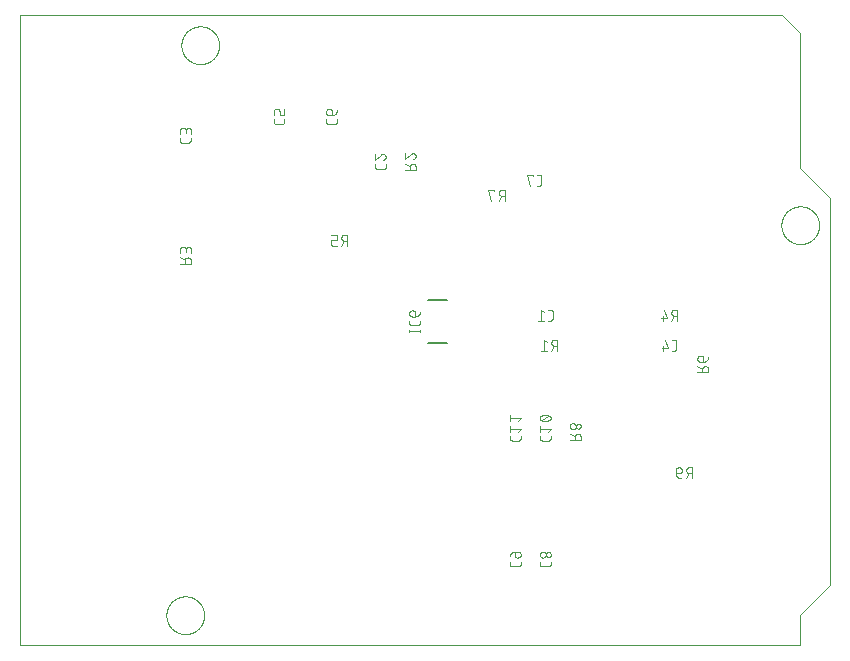
<source format=gbo>
G75*
%MOIN*%
%OFA0B0*%
%FSLAX25Y25*%
%IPPOS*%
%LPD*%
%AMOC8*
5,1,8,0,0,1.08239X$1,22.5*
%
%ADD10C,0.00000*%
%ADD11C,0.00300*%
%ADD12C,0.00500*%
D10*
X0027000Y0009000D02*
X0027000Y0219000D01*
X0281000Y0219000D01*
X0287000Y0213000D01*
X0287000Y0168000D01*
X0297000Y0158000D01*
X0297000Y0029000D01*
X0287000Y0019000D01*
X0287000Y0009000D01*
X0027000Y0009000D01*
X0075701Y0019000D02*
X0075703Y0019158D01*
X0075709Y0019316D01*
X0075719Y0019474D01*
X0075733Y0019632D01*
X0075751Y0019789D01*
X0075772Y0019946D01*
X0075798Y0020102D01*
X0075828Y0020258D01*
X0075861Y0020413D01*
X0075899Y0020566D01*
X0075940Y0020719D01*
X0075985Y0020871D01*
X0076034Y0021022D01*
X0076087Y0021171D01*
X0076143Y0021319D01*
X0076203Y0021465D01*
X0076267Y0021610D01*
X0076335Y0021753D01*
X0076406Y0021895D01*
X0076480Y0022035D01*
X0076558Y0022172D01*
X0076640Y0022308D01*
X0076724Y0022442D01*
X0076813Y0022573D01*
X0076904Y0022702D01*
X0076999Y0022829D01*
X0077096Y0022954D01*
X0077197Y0023076D01*
X0077301Y0023195D01*
X0077408Y0023312D01*
X0077518Y0023426D01*
X0077631Y0023537D01*
X0077746Y0023646D01*
X0077864Y0023751D01*
X0077985Y0023853D01*
X0078108Y0023953D01*
X0078234Y0024049D01*
X0078362Y0024142D01*
X0078492Y0024232D01*
X0078625Y0024318D01*
X0078760Y0024402D01*
X0078896Y0024481D01*
X0079035Y0024558D01*
X0079176Y0024630D01*
X0079318Y0024700D01*
X0079462Y0024765D01*
X0079608Y0024827D01*
X0079755Y0024885D01*
X0079904Y0024940D01*
X0080054Y0024991D01*
X0080205Y0025038D01*
X0080357Y0025081D01*
X0080510Y0025120D01*
X0080665Y0025156D01*
X0080820Y0025187D01*
X0080976Y0025215D01*
X0081132Y0025239D01*
X0081289Y0025259D01*
X0081447Y0025275D01*
X0081604Y0025287D01*
X0081763Y0025295D01*
X0081921Y0025299D01*
X0082079Y0025299D01*
X0082237Y0025295D01*
X0082396Y0025287D01*
X0082553Y0025275D01*
X0082711Y0025259D01*
X0082868Y0025239D01*
X0083024Y0025215D01*
X0083180Y0025187D01*
X0083335Y0025156D01*
X0083490Y0025120D01*
X0083643Y0025081D01*
X0083795Y0025038D01*
X0083946Y0024991D01*
X0084096Y0024940D01*
X0084245Y0024885D01*
X0084392Y0024827D01*
X0084538Y0024765D01*
X0084682Y0024700D01*
X0084824Y0024630D01*
X0084965Y0024558D01*
X0085104Y0024481D01*
X0085240Y0024402D01*
X0085375Y0024318D01*
X0085508Y0024232D01*
X0085638Y0024142D01*
X0085766Y0024049D01*
X0085892Y0023953D01*
X0086015Y0023853D01*
X0086136Y0023751D01*
X0086254Y0023646D01*
X0086369Y0023537D01*
X0086482Y0023426D01*
X0086592Y0023312D01*
X0086699Y0023195D01*
X0086803Y0023076D01*
X0086904Y0022954D01*
X0087001Y0022829D01*
X0087096Y0022702D01*
X0087187Y0022573D01*
X0087276Y0022442D01*
X0087360Y0022308D01*
X0087442Y0022172D01*
X0087520Y0022035D01*
X0087594Y0021895D01*
X0087665Y0021753D01*
X0087733Y0021610D01*
X0087797Y0021465D01*
X0087857Y0021319D01*
X0087913Y0021171D01*
X0087966Y0021022D01*
X0088015Y0020871D01*
X0088060Y0020719D01*
X0088101Y0020566D01*
X0088139Y0020413D01*
X0088172Y0020258D01*
X0088202Y0020102D01*
X0088228Y0019946D01*
X0088249Y0019789D01*
X0088267Y0019632D01*
X0088281Y0019474D01*
X0088291Y0019316D01*
X0088297Y0019158D01*
X0088299Y0019000D01*
X0088297Y0018842D01*
X0088291Y0018684D01*
X0088281Y0018526D01*
X0088267Y0018368D01*
X0088249Y0018211D01*
X0088228Y0018054D01*
X0088202Y0017898D01*
X0088172Y0017742D01*
X0088139Y0017587D01*
X0088101Y0017434D01*
X0088060Y0017281D01*
X0088015Y0017129D01*
X0087966Y0016978D01*
X0087913Y0016829D01*
X0087857Y0016681D01*
X0087797Y0016535D01*
X0087733Y0016390D01*
X0087665Y0016247D01*
X0087594Y0016105D01*
X0087520Y0015965D01*
X0087442Y0015828D01*
X0087360Y0015692D01*
X0087276Y0015558D01*
X0087187Y0015427D01*
X0087096Y0015298D01*
X0087001Y0015171D01*
X0086904Y0015046D01*
X0086803Y0014924D01*
X0086699Y0014805D01*
X0086592Y0014688D01*
X0086482Y0014574D01*
X0086369Y0014463D01*
X0086254Y0014354D01*
X0086136Y0014249D01*
X0086015Y0014147D01*
X0085892Y0014047D01*
X0085766Y0013951D01*
X0085638Y0013858D01*
X0085508Y0013768D01*
X0085375Y0013682D01*
X0085240Y0013598D01*
X0085104Y0013519D01*
X0084965Y0013442D01*
X0084824Y0013370D01*
X0084682Y0013300D01*
X0084538Y0013235D01*
X0084392Y0013173D01*
X0084245Y0013115D01*
X0084096Y0013060D01*
X0083946Y0013009D01*
X0083795Y0012962D01*
X0083643Y0012919D01*
X0083490Y0012880D01*
X0083335Y0012844D01*
X0083180Y0012813D01*
X0083024Y0012785D01*
X0082868Y0012761D01*
X0082711Y0012741D01*
X0082553Y0012725D01*
X0082396Y0012713D01*
X0082237Y0012705D01*
X0082079Y0012701D01*
X0081921Y0012701D01*
X0081763Y0012705D01*
X0081604Y0012713D01*
X0081447Y0012725D01*
X0081289Y0012741D01*
X0081132Y0012761D01*
X0080976Y0012785D01*
X0080820Y0012813D01*
X0080665Y0012844D01*
X0080510Y0012880D01*
X0080357Y0012919D01*
X0080205Y0012962D01*
X0080054Y0013009D01*
X0079904Y0013060D01*
X0079755Y0013115D01*
X0079608Y0013173D01*
X0079462Y0013235D01*
X0079318Y0013300D01*
X0079176Y0013370D01*
X0079035Y0013442D01*
X0078896Y0013519D01*
X0078760Y0013598D01*
X0078625Y0013682D01*
X0078492Y0013768D01*
X0078362Y0013858D01*
X0078234Y0013951D01*
X0078108Y0014047D01*
X0077985Y0014147D01*
X0077864Y0014249D01*
X0077746Y0014354D01*
X0077631Y0014463D01*
X0077518Y0014574D01*
X0077408Y0014688D01*
X0077301Y0014805D01*
X0077197Y0014924D01*
X0077096Y0015046D01*
X0076999Y0015171D01*
X0076904Y0015298D01*
X0076813Y0015427D01*
X0076724Y0015558D01*
X0076640Y0015692D01*
X0076558Y0015828D01*
X0076480Y0015965D01*
X0076406Y0016105D01*
X0076335Y0016247D01*
X0076267Y0016390D01*
X0076203Y0016535D01*
X0076143Y0016681D01*
X0076087Y0016829D01*
X0076034Y0016978D01*
X0075985Y0017129D01*
X0075940Y0017281D01*
X0075899Y0017434D01*
X0075861Y0017587D01*
X0075828Y0017742D01*
X0075798Y0017898D01*
X0075772Y0018054D01*
X0075751Y0018211D01*
X0075733Y0018368D01*
X0075719Y0018526D01*
X0075709Y0018684D01*
X0075703Y0018842D01*
X0075701Y0019000D01*
X0280701Y0149000D02*
X0280703Y0149158D01*
X0280709Y0149316D01*
X0280719Y0149474D01*
X0280733Y0149632D01*
X0280751Y0149789D01*
X0280772Y0149946D01*
X0280798Y0150102D01*
X0280828Y0150258D01*
X0280861Y0150413D01*
X0280899Y0150566D01*
X0280940Y0150719D01*
X0280985Y0150871D01*
X0281034Y0151022D01*
X0281087Y0151171D01*
X0281143Y0151319D01*
X0281203Y0151465D01*
X0281267Y0151610D01*
X0281335Y0151753D01*
X0281406Y0151895D01*
X0281480Y0152035D01*
X0281558Y0152172D01*
X0281640Y0152308D01*
X0281724Y0152442D01*
X0281813Y0152573D01*
X0281904Y0152702D01*
X0281999Y0152829D01*
X0282096Y0152954D01*
X0282197Y0153076D01*
X0282301Y0153195D01*
X0282408Y0153312D01*
X0282518Y0153426D01*
X0282631Y0153537D01*
X0282746Y0153646D01*
X0282864Y0153751D01*
X0282985Y0153853D01*
X0283108Y0153953D01*
X0283234Y0154049D01*
X0283362Y0154142D01*
X0283492Y0154232D01*
X0283625Y0154318D01*
X0283760Y0154402D01*
X0283896Y0154481D01*
X0284035Y0154558D01*
X0284176Y0154630D01*
X0284318Y0154700D01*
X0284462Y0154765D01*
X0284608Y0154827D01*
X0284755Y0154885D01*
X0284904Y0154940D01*
X0285054Y0154991D01*
X0285205Y0155038D01*
X0285357Y0155081D01*
X0285510Y0155120D01*
X0285665Y0155156D01*
X0285820Y0155187D01*
X0285976Y0155215D01*
X0286132Y0155239D01*
X0286289Y0155259D01*
X0286447Y0155275D01*
X0286604Y0155287D01*
X0286763Y0155295D01*
X0286921Y0155299D01*
X0287079Y0155299D01*
X0287237Y0155295D01*
X0287396Y0155287D01*
X0287553Y0155275D01*
X0287711Y0155259D01*
X0287868Y0155239D01*
X0288024Y0155215D01*
X0288180Y0155187D01*
X0288335Y0155156D01*
X0288490Y0155120D01*
X0288643Y0155081D01*
X0288795Y0155038D01*
X0288946Y0154991D01*
X0289096Y0154940D01*
X0289245Y0154885D01*
X0289392Y0154827D01*
X0289538Y0154765D01*
X0289682Y0154700D01*
X0289824Y0154630D01*
X0289965Y0154558D01*
X0290104Y0154481D01*
X0290240Y0154402D01*
X0290375Y0154318D01*
X0290508Y0154232D01*
X0290638Y0154142D01*
X0290766Y0154049D01*
X0290892Y0153953D01*
X0291015Y0153853D01*
X0291136Y0153751D01*
X0291254Y0153646D01*
X0291369Y0153537D01*
X0291482Y0153426D01*
X0291592Y0153312D01*
X0291699Y0153195D01*
X0291803Y0153076D01*
X0291904Y0152954D01*
X0292001Y0152829D01*
X0292096Y0152702D01*
X0292187Y0152573D01*
X0292276Y0152442D01*
X0292360Y0152308D01*
X0292442Y0152172D01*
X0292520Y0152035D01*
X0292594Y0151895D01*
X0292665Y0151753D01*
X0292733Y0151610D01*
X0292797Y0151465D01*
X0292857Y0151319D01*
X0292913Y0151171D01*
X0292966Y0151022D01*
X0293015Y0150871D01*
X0293060Y0150719D01*
X0293101Y0150566D01*
X0293139Y0150413D01*
X0293172Y0150258D01*
X0293202Y0150102D01*
X0293228Y0149946D01*
X0293249Y0149789D01*
X0293267Y0149632D01*
X0293281Y0149474D01*
X0293291Y0149316D01*
X0293297Y0149158D01*
X0293299Y0149000D01*
X0293297Y0148842D01*
X0293291Y0148684D01*
X0293281Y0148526D01*
X0293267Y0148368D01*
X0293249Y0148211D01*
X0293228Y0148054D01*
X0293202Y0147898D01*
X0293172Y0147742D01*
X0293139Y0147587D01*
X0293101Y0147434D01*
X0293060Y0147281D01*
X0293015Y0147129D01*
X0292966Y0146978D01*
X0292913Y0146829D01*
X0292857Y0146681D01*
X0292797Y0146535D01*
X0292733Y0146390D01*
X0292665Y0146247D01*
X0292594Y0146105D01*
X0292520Y0145965D01*
X0292442Y0145828D01*
X0292360Y0145692D01*
X0292276Y0145558D01*
X0292187Y0145427D01*
X0292096Y0145298D01*
X0292001Y0145171D01*
X0291904Y0145046D01*
X0291803Y0144924D01*
X0291699Y0144805D01*
X0291592Y0144688D01*
X0291482Y0144574D01*
X0291369Y0144463D01*
X0291254Y0144354D01*
X0291136Y0144249D01*
X0291015Y0144147D01*
X0290892Y0144047D01*
X0290766Y0143951D01*
X0290638Y0143858D01*
X0290508Y0143768D01*
X0290375Y0143682D01*
X0290240Y0143598D01*
X0290104Y0143519D01*
X0289965Y0143442D01*
X0289824Y0143370D01*
X0289682Y0143300D01*
X0289538Y0143235D01*
X0289392Y0143173D01*
X0289245Y0143115D01*
X0289096Y0143060D01*
X0288946Y0143009D01*
X0288795Y0142962D01*
X0288643Y0142919D01*
X0288490Y0142880D01*
X0288335Y0142844D01*
X0288180Y0142813D01*
X0288024Y0142785D01*
X0287868Y0142761D01*
X0287711Y0142741D01*
X0287553Y0142725D01*
X0287396Y0142713D01*
X0287237Y0142705D01*
X0287079Y0142701D01*
X0286921Y0142701D01*
X0286763Y0142705D01*
X0286604Y0142713D01*
X0286447Y0142725D01*
X0286289Y0142741D01*
X0286132Y0142761D01*
X0285976Y0142785D01*
X0285820Y0142813D01*
X0285665Y0142844D01*
X0285510Y0142880D01*
X0285357Y0142919D01*
X0285205Y0142962D01*
X0285054Y0143009D01*
X0284904Y0143060D01*
X0284755Y0143115D01*
X0284608Y0143173D01*
X0284462Y0143235D01*
X0284318Y0143300D01*
X0284176Y0143370D01*
X0284035Y0143442D01*
X0283896Y0143519D01*
X0283760Y0143598D01*
X0283625Y0143682D01*
X0283492Y0143768D01*
X0283362Y0143858D01*
X0283234Y0143951D01*
X0283108Y0144047D01*
X0282985Y0144147D01*
X0282864Y0144249D01*
X0282746Y0144354D01*
X0282631Y0144463D01*
X0282518Y0144574D01*
X0282408Y0144688D01*
X0282301Y0144805D01*
X0282197Y0144924D01*
X0282096Y0145046D01*
X0281999Y0145171D01*
X0281904Y0145298D01*
X0281813Y0145427D01*
X0281724Y0145558D01*
X0281640Y0145692D01*
X0281558Y0145828D01*
X0281480Y0145965D01*
X0281406Y0146105D01*
X0281335Y0146247D01*
X0281267Y0146390D01*
X0281203Y0146535D01*
X0281143Y0146681D01*
X0281087Y0146829D01*
X0281034Y0146978D01*
X0280985Y0147129D01*
X0280940Y0147281D01*
X0280899Y0147434D01*
X0280861Y0147587D01*
X0280828Y0147742D01*
X0280798Y0147898D01*
X0280772Y0148054D01*
X0280751Y0148211D01*
X0280733Y0148368D01*
X0280719Y0148526D01*
X0280709Y0148684D01*
X0280703Y0148842D01*
X0280701Y0149000D01*
X0080701Y0209000D02*
X0080703Y0209158D01*
X0080709Y0209316D01*
X0080719Y0209474D01*
X0080733Y0209632D01*
X0080751Y0209789D01*
X0080772Y0209946D01*
X0080798Y0210102D01*
X0080828Y0210258D01*
X0080861Y0210413D01*
X0080899Y0210566D01*
X0080940Y0210719D01*
X0080985Y0210871D01*
X0081034Y0211022D01*
X0081087Y0211171D01*
X0081143Y0211319D01*
X0081203Y0211465D01*
X0081267Y0211610D01*
X0081335Y0211753D01*
X0081406Y0211895D01*
X0081480Y0212035D01*
X0081558Y0212172D01*
X0081640Y0212308D01*
X0081724Y0212442D01*
X0081813Y0212573D01*
X0081904Y0212702D01*
X0081999Y0212829D01*
X0082096Y0212954D01*
X0082197Y0213076D01*
X0082301Y0213195D01*
X0082408Y0213312D01*
X0082518Y0213426D01*
X0082631Y0213537D01*
X0082746Y0213646D01*
X0082864Y0213751D01*
X0082985Y0213853D01*
X0083108Y0213953D01*
X0083234Y0214049D01*
X0083362Y0214142D01*
X0083492Y0214232D01*
X0083625Y0214318D01*
X0083760Y0214402D01*
X0083896Y0214481D01*
X0084035Y0214558D01*
X0084176Y0214630D01*
X0084318Y0214700D01*
X0084462Y0214765D01*
X0084608Y0214827D01*
X0084755Y0214885D01*
X0084904Y0214940D01*
X0085054Y0214991D01*
X0085205Y0215038D01*
X0085357Y0215081D01*
X0085510Y0215120D01*
X0085665Y0215156D01*
X0085820Y0215187D01*
X0085976Y0215215D01*
X0086132Y0215239D01*
X0086289Y0215259D01*
X0086447Y0215275D01*
X0086604Y0215287D01*
X0086763Y0215295D01*
X0086921Y0215299D01*
X0087079Y0215299D01*
X0087237Y0215295D01*
X0087396Y0215287D01*
X0087553Y0215275D01*
X0087711Y0215259D01*
X0087868Y0215239D01*
X0088024Y0215215D01*
X0088180Y0215187D01*
X0088335Y0215156D01*
X0088490Y0215120D01*
X0088643Y0215081D01*
X0088795Y0215038D01*
X0088946Y0214991D01*
X0089096Y0214940D01*
X0089245Y0214885D01*
X0089392Y0214827D01*
X0089538Y0214765D01*
X0089682Y0214700D01*
X0089824Y0214630D01*
X0089965Y0214558D01*
X0090104Y0214481D01*
X0090240Y0214402D01*
X0090375Y0214318D01*
X0090508Y0214232D01*
X0090638Y0214142D01*
X0090766Y0214049D01*
X0090892Y0213953D01*
X0091015Y0213853D01*
X0091136Y0213751D01*
X0091254Y0213646D01*
X0091369Y0213537D01*
X0091482Y0213426D01*
X0091592Y0213312D01*
X0091699Y0213195D01*
X0091803Y0213076D01*
X0091904Y0212954D01*
X0092001Y0212829D01*
X0092096Y0212702D01*
X0092187Y0212573D01*
X0092276Y0212442D01*
X0092360Y0212308D01*
X0092442Y0212172D01*
X0092520Y0212035D01*
X0092594Y0211895D01*
X0092665Y0211753D01*
X0092733Y0211610D01*
X0092797Y0211465D01*
X0092857Y0211319D01*
X0092913Y0211171D01*
X0092966Y0211022D01*
X0093015Y0210871D01*
X0093060Y0210719D01*
X0093101Y0210566D01*
X0093139Y0210413D01*
X0093172Y0210258D01*
X0093202Y0210102D01*
X0093228Y0209946D01*
X0093249Y0209789D01*
X0093267Y0209632D01*
X0093281Y0209474D01*
X0093291Y0209316D01*
X0093297Y0209158D01*
X0093299Y0209000D01*
X0093297Y0208842D01*
X0093291Y0208684D01*
X0093281Y0208526D01*
X0093267Y0208368D01*
X0093249Y0208211D01*
X0093228Y0208054D01*
X0093202Y0207898D01*
X0093172Y0207742D01*
X0093139Y0207587D01*
X0093101Y0207434D01*
X0093060Y0207281D01*
X0093015Y0207129D01*
X0092966Y0206978D01*
X0092913Y0206829D01*
X0092857Y0206681D01*
X0092797Y0206535D01*
X0092733Y0206390D01*
X0092665Y0206247D01*
X0092594Y0206105D01*
X0092520Y0205965D01*
X0092442Y0205828D01*
X0092360Y0205692D01*
X0092276Y0205558D01*
X0092187Y0205427D01*
X0092096Y0205298D01*
X0092001Y0205171D01*
X0091904Y0205046D01*
X0091803Y0204924D01*
X0091699Y0204805D01*
X0091592Y0204688D01*
X0091482Y0204574D01*
X0091369Y0204463D01*
X0091254Y0204354D01*
X0091136Y0204249D01*
X0091015Y0204147D01*
X0090892Y0204047D01*
X0090766Y0203951D01*
X0090638Y0203858D01*
X0090508Y0203768D01*
X0090375Y0203682D01*
X0090240Y0203598D01*
X0090104Y0203519D01*
X0089965Y0203442D01*
X0089824Y0203370D01*
X0089682Y0203300D01*
X0089538Y0203235D01*
X0089392Y0203173D01*
X0089245Y0203115D01*
X0089096Y0203060D01*
X0088946Y0203009D01*
X0088795Y0202962D01*
X0088643Y0202919D01*
X0088490Y0202880D01*
X0088335Y0202844D01*
X0088180Y0202813D01*
X0088024Y0202785D01*
X0087868Y0202761D01*
X0087711Y0202741D01*
X0087553Y0202725D01*
X0087396Y0202713D01*
X0087237Y0202705D01*
X0087079Y0202701D01*
X0086921Y0202701D01*
X0086763Y0202705D01*
X0086604Y0202713D01*
X0086447Y0202725D01*
X0086289Y0202741D01*
X0086132Y0202761D01*
X0085976Y0202785D01*
X0085820Y0202813D01*
X0085665Y0202844D01*
X0085510Y0202880D01*
X0085357Y0202919D01*
X0085205Y0202962D01*
X0085054Y0203009D01*
X0084904Y0203060D01*
X0084755Y0203115D01*
X0084608Y0203173D01*
X0084462Y0203235D01*
X0084318Y0203300D01*
X0084176Y0203370D01*
X0084035Y0203442D01*
X0083896Y0203519D01*
X0083760Y0203598D01*
X0083625Y0203682D01*
X0083492Y0203768D01*
X0083362Y0203858D01*
X0083234Y0203951D01*
X0083108Y0204047D01*
X0082985Y0204147D01*
X0082864Y0204249D01*
X0082746Y0204354D01*
X0082631Y0204463D01*
X0082518Y0204574D01*
X0082408Y0204688D01*
X0082301Y0204805D01*
X0082197Y0204924D01*
X0082096Y0205046D01*
X0081999Y0205171D01*
X0081904Y0205298D01*
X0081813Y0205427D01*
X0081724Y0205558D01*
X0081640Y0205692D01*
X0081558Y0205828D01*
X0081480Y0205965D01*
X0081406Y0206105D01*
X0081335Y0206247D01*
X0081267Y0206390D01*
X0081203Y0206535D01*
X0081143Y0206681D01*
X0081087Y0206829D01*
X0081034Y0206978D01*
X0080985Y0207129D01*
X0080940Y0207281D01*
X0080899Y0207434D01*
X0080861Y0207587D01*
X0080828Y0207742D01*
X0080798Y0207898D01*
X0080772Y0208054D01*
X0080751Y0208211D01*
X0080733Y0208368D01*
X0080719Y0208526D01*
X0080709Y0208684D01*
X0080703Y0208842D01*
X0080701Y0209000D01*
D11*
X0111431Y0186933D02*
X0111431Y0185721D01*
X0111431Y0184375D02*
X0111431Y0183567D01*
X0111432Y0183567D02*
X0111434Y0183512D01*
X0111440Y0183457D01*
X0111449Y0183403D01*
X0111462Y0183349D01*
X0111479Y0183296D01*
X0111499Y0183245D01*
X0111523Y0183195D01*
X0111550Y0183147D01*
X0111580Y0183101D01*
X0111613Y0183057D01*
X0111649Y0183015D01*
X0111688Y0182976D01*
X0111730Y0182940D01*
X0111774Y0182907D01*
X0111820Y0182877D01*
X0111868Y0182850D01*
X0111918Y0182826D01*
X0111969Y0182806D01*
X0112022Y0182789D01*
X0112076Y0182776D01*
X0112130Y0182767D01*
X0112185Y0182761D01*
X0112240Y0182759D01*
X0112240Y0182758D02*
X0114260Y0182758D01*
X0114260Y0182759D02*
X0114315Y0182761D01*
X0114370Y0182767D01*
X0114424Y0182776D01*
X0114478Y0182789D01*
X0114531Y0182806D01*
X0114582Y0182826D01*
X0114632Y0182850D01*
X0114680Y0182877D01*
X0114726Y0182907D01*
X0114770Y0182940D01*
X0114811Y0182976D01*
X0114851Y0183015D01*
X0114887Y0183057D01*
X0114920Y0183101D01*
X0114950Y0183147D01*
X0114977Y0183195D01*
X0115001Y0183245D01*
X0115021Y0183296D01*
X0115038Y0183349D01*
X0115051Y0183403D01*
X0115060Y0183457D01*
X0115066Y0183512D01*
X0115068Y0183567D01*
X0115069Y0183567D02*
X0115069Y0184375D01*
X0115069Y0185721D02*
X0115069Y0187742D01*
X0113452Y0186933D02*
X0113452Y0185721D01*
X0115069Y0185721D01*
X0113452Y0186933D02*
X0113450Y0186988D01*
X0113444Y0187043D01*
X0113435Y0187097D01*
X0113422Y0187151D01*
X0113405Y0187204D01*
X0113385Y0187255D01*
X0113361Y0187305D01*
X0113334Y0187353D01*
X0113304Y0187399D01*
X0113271Y0187443D01*
X0113235Y0187485D01*
X0113196Y0187524D01*
X0113154Y0187560D01*
X0113110Y0187593D01*
X0113064Y0187623D01*
X0113016Y0187650D01*
X0112966Y0187674D01*
X0112915Y0187694D01*
X0112862Y0187711D01*
X0112808Y0187724D01*
X0112754Y0187733D01*
X0112699Y0187739D01*
X0112644Y0187741D01*
X0112644Y0187742D02*
X0112240Y0187742D01*
X0112240Y0187741D02*
X0112185Y0187739D01*
X0112130Y0187733D01*
X0112076Y0187724D01*
X0112022Y0187711D01*
X0111969Y0187694D01*
X0111918Y0187674D01*
X0111868Y0187650D01*
X0111820Y0187623D01*
X0111774Y0187593D01*
X0111730Y0187560D01*
X0111688Y0187524D01*
X0111649Y0187484D01*
X0111613Y0187443D01*
X0111580Y0187399D01*
X0111550Y0187353D01*
X0111523Y0187305D01*
X0111499Y0187255D01*
X0111479Y0187204D01*
X0111462Y0187151D01*
X0111449Y0187097D01*
X0111440Y0187043D01*
X0111434Y0186988D01*
X0111432Y0186933D01*
X0128931Y0184375D02*
X0128931Y0183567D01*
X0128932Y0183567D02*
X0128934Y0183512D01*
X0128940Y0183457D01*
X0128949Y0183403D01*
X0128962Y0183349D01*
X0128979Y0183296D01*
X0128999Y0183245D01*
X0129023Y0183195D01*
X0129050Y0183147D01*
X0129080Y0183101D01*
X0129113Y0183057D01*
X0129149Y0183015D01*
X0129188Y0182976D01*
X0129230Y0182940D01*
X0129274Y0182907D01*
X0129320Y0182877D01*
X0129368Y0182850D01*
X0129418Y0182826D01*
X0129469Y0182806D01*
X0129522Y0182789D01*
X0129576Y0182776D01*
X0129630Y0182767D01*
X0129685Y0182761D01*
X0129740Y0182759D01*
X0129740Y0182758D02*
X0131760Y0182758D01*
X0131760Y0182759D02*
X0131815Y0182761D01*
X0131870Y0182767D01*
X0131924Y0182776D01*
X0131978Y0182789D01*
X0132031Y0182806D01*
X0132082Y0182826D01*
X0132132Y0182850D01*
X0132180Y0182877D01*
X0132226Y0182907D01*
X0132270Y0182940D01*
X0132311Y0182976D01*
X0132351Y0183015D01*
X0132387Y0183057D01*
X0132420Y0183101D01*
X0132450Y0183147D01*
X0132477Y0183195D01*
X0132501Y0183245D01*
X0132521Y0183296D01*
X0132538Y0183349D01*
X0132551Y0183403D01*
X0132560Y0183457D01*
X0132566Y0183512D01*
X0132568Y0183567D01*
X0132569Y0183567D02*
X0132569Y0184375D01*
X0130952Y0185721D02*
X0130952Y0186933D01*
X0130952Y0185722D02*
X0131031Y0185724D01*
X0131110Y0185730D01*
X0131189Y0185739D01*
X0131267Y0185753D01*
X0131345Y0185770D01*
X0131421Y0185792D01*
X0131496Y0185816D01*
X0131570Y0185845D01*
X0131643Y0185877D01*
X0131714Y0185913D01*
X0131783Y0185952D01*
X0131850Y0185994D01*
X0131915Y0186040D01*
X0131977Y0186089D01*
X0132037Y0186141D01*
X0132095Y0186195D01*
X0132149Y0186253D01*
X0132201Y0186313D01*
X0132250Y0186375D01*
X0132296Y0186440D01*
X0132338Y0186507D01*
X0132377Y0186576D01*
X0132413Y0186647D01*
X0132445Y0186720D01*
X0132474Y0186794D01*
X0132498Y0186869D01*
X0132520Y0186945D01*
X0132537Y0187023D01*
X0132551Y0187101D01*
X0132560Y0187180D01*
X0132566Y0187259D01*
X0132568Y0187338D01*
X0130952Y0185721D02*
X0129942Y0185721D01*
X0129880Y0185723D01*
X0129818Y0185729D01*
X0129756Y0185738D01*
X0129696Y0185752D01*
X0129636Y0185769D01*
X0129577Y0185789D01*
X0129520Y0185813D01*
X0129464Y0185841D01*
X0129410Y0185872D01*
X0129358Y0185907D01*
X0129309Y0185944D01*
X0129262Y0185985D01*
X0129217Y0186028D01*
X0129175Y0186074D01*
X0129136Y0186122D01*
X0129100Y0186173D01*
X0129067Y0186226D01*
X0129038Y0186281D01*
X0129012Y0186337D01*
X0128989Y0186395D01*
X0128971Y0186455D01*
X0128955Y0186515D01*
X0128944Y0186576D01*
X0128936Y0186638D01*
X0128932Y0186700D01*
X0128932Y0186762D01*
X0128936Y0186824D01*
X0128944Y0186886D01*
X0128955Y0186947D01*
X0128971Y0187007D01*
X0128989Y0187067D01*
X0129012Y0187125D01*
X0129038Y0187181D01*
X0129067Y0187236D01*
X0129100Y0187289D01*
X0129136Y0187340D01*
X0129175Y0187388D01*
X0129217Y0187434D01*
X0129262Y0187477D01*
X0129309Y0187518D01*
X0129358Y0187555D01*
X0129410Y0187590D01*
X0129464Y0187621D01*
X0129520Y0187649D01*
X0129577Y0187673D01*
X0129636Y0187693D01*
X0129696Y0187710D01*
X0129756Y0187724D01*
X0129818Y0187733D01*
X0129880Y0187739D01*
X0129942Y0187741D01*
X0129942Y0187742D02*
X0130144Y0187742D01*
X0130144Y0187741D02*
X0130199Y0187739D01*
X0130254Y0187733D01*
X0130308Y0187724D01*
X0130362Y0187711D01*
X0130415Y0187694D01*
X0130466Y0187674D01*
X0130516Y0187650D01*
X0130564Y0187623D01*
X0130610Y0187593D01*
X0130654Y0187560D01*
X0130696Y0187524D01*
X0130735Y0187485D01*
X0130771Y0187443D01*
X0130804Y0187399D01*
X0130834Y0187353D01*
X0130861Y0187305D01*
X0130885Y0187255D01*
X0130905Y0187204D01*
X0130922Y0187151D01*
X0130935Y0187097D01*
X0130944Y0187043D01*
X0130950Y0186988D01*
X0130952Y0186933D01*
X0145181Y0172742D02*
X0145181Y0170721D01*
X0147202Y0172439D01*
X0148818Y0171832D02*
X0148816Y0171765D01*
X0148810Y0171699D01*
X0148801Y0171633D01*
X0148788Y0171567D01*
X0148771Y0171503D01*
X0148750Y0171439D01*
X0148726Y0171377D01*
X0148698Y0171316D01*
X0148667Y0171257D01*
X0148632Y0171200D01*
X0148595Y0171145D01*
X0148554Y0171092D01*
X0148510Y0171042D01*
X0148464Y0170994D01*
X0148414Y0170949D01*
X0148363Y0170907D01*
X0148309Y0170867D01*
X0148252Y0170831D01*
X0148194Y0170799D01*
X0148134Y0170769D01*
X0148073Y0170743D01*
X0148010Y0170721D01*
X0147202Y0172439D02*
X0147245Y0172482D01*
X0147291Y0172521D01*
X0147339Y0172558D01*
X0147390Y0172592D01*
X0147442Y0172623D01*
X0147496Y0172651D01*
X0147552Y0172675D01*
X0147610Y0172695D01*
X0147668Y0172712D01*
X0147727Y0172725D01*
X0147788Y0172734D01*
X0147848Y0172740D01*
X0147909Y0172742D01*
X0147909Y0172741D02*
X0147968Y0172739D01*
X0148028Y0172733D01*
X0148086Y0172724D01*
X0148144Y0172710D01*
X0148201Y0172693D01*
X0148257Y0172672D01*
X0148311Y0172647D01*
X0148363Y0172619D01*
X0148414Y0172588D01*
X0148462Y0172553D01*
X0148508Y0172515D01*
X0148552Y0172475D01*
X0148592Y0172431D01*
X0148630Y0172385D01*
X0148665Y0172337D01*
X0148696Y0172287D01*
X0148724Y0172234D01*
X0148749Y0172180D01*
X0148770Y0172124D01*
X0148787Y0172067D01*
X0148801Y0172009D01*
X0148810Y0171951D01*
X0148816Y0171891D01*
X0148818Y0171832D01*
X0148819Y0169375D02*
X0148819Y0168567D01*
X0148818Y0168567D02*
X0148816Y0168512D01*
X0148810Y0168457D01*
X0148801Y0168403D01*
X0148788Y0168349D01*
X0148771Y0168296D01*
X0148751Y0168245D01*
X0148727Y0168195D01*
X0148700Y0168147D01*
X0148670Y0168101D01*
X0148637Y0168057D01*
X0148601Y0168015D01*
X0148561Y0167976D01*
X0148520Y0167940D01*
X0148476Y0167907D01*
X0148430Y0167877D01*
X0148382Y0167850D01*
X0148332Y0167826D01*
X0148281Y0167806D01*
X0148228Y0167789D01*
X0148174Y0167776D01*
X0148120Y0167767D01*
X0148065Y0167761D01*
X0148010Y0167759D01*
X0148010Y0167758D02*
X0145990Y0167758D01*
X0145990Y0167759D02*
X0145935Y0167761D01*
X0145880Y0167767D01*
X0145826Y0167776D01*
X0145772Y0167789D01*
X0145719Y0167806D01*
X0145668Y0167826D01*
X0145618Y0167850D01*
X0145570Y0167877D01*
X0145524Y0167907D01*
X0145480Y0167940D01*
X0145438Y0167976D01*
X0145399Y0168015D01*
X0145363Y0168057D01*
X0145330Y0168101D01*
X0145300Y0168147D01*
X0145273Y0168195D01*
X0145249Y0168245D01*
X0145229Y0168296D01*
X0145212Y0168349D01*
X0145199Y0168403D01*
X0145190Y0168457D01*
X0145184Y0168512D01*
X0145182Y0168567D01*
X0145181Y0168567D02*
X0145181Y0169375D01*
X0155181Y0169500D02*
X0156798Y0168692D01*
X0156798Y0168489D02*
X0156798Y0167479D01*
X0156798Y0168489D02*
X0156800Y0168551D01*
X0156806Y0168613D01*
X0156815Y0168675D01*
X0156829Y0168735D01*
X0156846Y0168795D01*
X0156866Y0168854D01*
X0156890Y0168911D01*
X0156918Y0168967D01*
X0156949Y0169021D01*
X0156984Y0169073D01*
X0157021Y0169122D01*
X0157062Y0169169D01*
X0157105Y0169214D01*
X0157151Y0169256D01*
X0157199Y0169295D01*
X0157250Y0169331D01*
X0157303Y0169364D01*
X0157358Y0169393D01*
X0157414Y0169419D01*
X0157472Y0169442D01*
X0157532Y0169460D01*
X0157592Y0169476D01*
X0157653Y0169487D01*
X0157715Y0169495D01*
X0157777Y0169499D01*
X0157839Y0169499D01*
X0157901Y0169495D01*
X0157963Y0169487D01*
X0158024Y0169476D01*
X0158084Y0169460D01*
X0158144Y0169442D01*
X0158202Y0169419D01*
X0158258Y0169393D01*
X0158313Y0169364D01*
X0158366Y0169331D01*
X0158417Y0169295D01*
X0158465Y0169256D01*
X0158511Y0169214D01*
X0158554Y0169169D01*
X0158595Y0169122D01*
X0158632Y0169073D01*
X0158667Y0169021D01*
X0158698Y0168967D01*
X0158726Y0168911D01*
X0158750Y0168854D01*
X0158770Y0168795D01*
X0158787Y0168735D01*
X0158801Y0168675D01*
X0158810Y0168613D01*
X0158816Y0168551D01*
X0158818Y0168489D01*
X0158819Y0168489D02*
X0158819Y0167479D01*
X0155181Y0167479D01*
X0155181Y0171000D02*
X0155181Y0173021D01*
X0155181Y0171000D02*
X0157202Y0172718D01*
X0158818Y0172112D02*
X0158816Y0172045D01*
X0158810Y0171979D01*
X0158801Y0171913D01*
X0158788Y0171847D01*
X0158771Y0171783D01*
X0158750Y0171719D01*
X0158726Y0171657D01*
X0158698Y0171596D01*
X0158667Y0171537D01*
X0158632Y0171480D01*
X0158595Y0171425D01*
X0158554Y0171372D01*
X0158510Y0171322D01*
X0158464Y0171274D01*
X0158414Y0171229D01*
X0158363Y0171187D01*
X0158309Y0171147D01*
X0158252Y0171111D01*
X0158194Y0171079D01*
X0158134Y0171049D01*
X0158073Y0171023D01*
X0158010Y0171001D01*
X0157202Y0172718D02*
X0157245Y0172761D01*
X0157291Y0172800D01*
X0157339Y0172837D01*
X0157390Y0172871D01*
X0157442Y0172902D01*
X0157496Y0172930D01*
X0157552Y0172954D01*
X0157610Y0172974D01*
X0157668Y0172991D01*
X0157727Y0173004D01*
X0157788Y0173013D01*
X0157848Y0173019D01*
X0157909Y0173021D01*
X0157968Y0173019D01*
X0158028Y0173013D01*
X0158086Y0173004D01*
X0158144Y0172990D01*
X0158201Y0172973D01*
X0158257Y0172952D01*
X0158311Y0172927D01*
X0158363Y0172899D01*
X0158414Y0172868D01*
X0158462Y0172833D01*
X0158508Y0172795D01*
X0158552Y0172755D01*
X0158592Y0172711D01*
X0158630Y0172665D01*
X0158665Y0172617D01*
X0158696Y0172567D01*
X0158724Y0172514D01*
X0158749Y0172460D01*
X0158770Y0172404D01*
X0158787Y0172347D01*
X0158801Y0172289D01*
X0158810Y0172231D01*
X0158816Y0172171D01*
X0158818Y0172112D01*
X0182979Y0160819D02*
X0183990Y0157181D01*
X0186500Y0157181D02*
X0187308Y0158798D01*
X0187511Y0158798D02*
X0188521Y0158798D01*
X0187511Y0158798D02*
X0187449Y0158800D01*
X0187387Y0158806D01*
X0187325Y0158815D01*
X0187265Y0158829D01*
X0187205Y0158846D01*
X0187146Y0158866D01*
X0187089Y0158890D01*
X0187033Y0158918D01*
X0186979Y0158949D01*
X0186927Y0158984D01*
X0186878Y0159021D01*
X0186831Y0159062D01*
X0186786Y0159105D01*
X0186744Y0159151D01*
X0186705Y0159199D01*
X0186669Y0159250D01*
X0186636Y0159303D01*
X0186607Y0159358D01*
X0186581Y0159414D01*
X0186558Y0159472D01*
X0186540Y0159532D01*
X0186524Y0159592D01*
X0186513Y0159653D01*
X0186505Y0159715D01*
X0186501Y0159777D01*
X0186501Y0159839D01*
X0186505Y0159901D01*
X0186513Y0159963D01*
X0186524Y0160024D01*
X0186540Y0160084D01*
X0186558Y0160144D01*
X0186581Y0160202D01*
X0186607Y0160258D01*
X0186636Y0160313D01*
X0186669Y0160366D01*
X0186705Y0160417D01*
X0186744Y0160465D01*
X0186786Y0160511D01*
X0186831Y0160554D01*
X0186878Y0160595D01*
X0186927Y0160632D01*
X0186979Y0160667D01*
X0187033Y0160698D01*
X0187089Y0160726D01*
X0187146Y0160750D01*
X0187205Y0160770D01*
X0187265Y0160787D01*
X0187325Y0160801D01*
X0187387Y0160810D01*
X0187449Y0160816D01*
X0187511Y0160818D01*
X0187511Y0160819D02*
X0188521Y0160819D01*
X0188521Y0157181D01*
X0185000Y0160414D02*
X0185000Y0160819D01*
X0182979Y0160819D01*
X0195758Y0165819D02*
X0196769Y0162181D01*
X0199125Y0162181D02*
X0199933Y0162181D01*
X0199933Y0162182D02*
X0199988Y0162184D01*
X0200043Y0162190D01*
X0200097Y0162199D01*
X0200151Y0162212D01*
X0200204Y0162229D01*
X0200255Y0162249D01*
X0200305Y0162273D01*
X0200353Y0162300D01*
X0200399Y0162330D01*
X0200443Y0162363D01*
X0200485Y0162399D01*
X0200524Y0162438D01*
X0200560Y0162480D01*
X0200593Y0162524D01*
X0200623Y0162570D01*
X0200650Y0162618D01*
X0200674Y0162668D01*
X0200694Y0162719D01*
X0200711Y0162772D01*
X0200724Y0162826D01*
X0200733Y0162880D01*
X0200739Y0162935D01*
X0200741Y0162990D01*
X0200742Y0162990D02*
X0200742Y0165010D01*
X0200741Y0165010D02*
X0200739Y0165065D01*
X0200733Y0165120D01*
X0200724Y0165174D01*
X0200711Y0165228D01*
X0200694Y0165281D01*
X0200674Y0165332D01*
X0200650Y0165382D01*
X0200623Y0165430D01*
X0200593Y0165476D01*
X0200560Y0165520D01*
X0200524Y0165562D01*
X0200485Y0165601D01*
X0200443Y0165637D01*
X0200399Y0165670D01*
X0200353Y0165700D01*
X0200305Y0165727D01*
X0200255Y0165751D01*
X0200204Y0165771D01*
X0200151Y0165788D01*
X0200097Y0165801D01*
X0200043Y0165810D01*
X0199988Y0165816D01*
X0199933Y0165818D01*
X0199933Y0165819D02*
X0199125Y0165819D01*
X0197779Y0165819D02*
X0195758Y0165819D01*
X0197779Y0165819D02*
X0197779Y0165414D01*
X0200519Y0120819D02*
X0200519Y0117181D01*
X0201529Y0117181D02*
X0199508Y0117181D01*
X0202875Y0117181D02*
X0203683Y0117181D01*
X0203683Y0117182D02*
X0203738Y0117184D01*
X0203793Y0117190D01*
X0203847Y0117199D01*
X0203901Y0117212D01*
X0203954Y0117229D01*
X0204005Y0117249D01*
X0204055Y0117273D01*
X0204103Y0117300D01*
X0204149Y0117330D01*
X0204193Y0117363D01*
X0204235Y0117399D01*
X0204274Y0117438D01*
X0204310Y0117480D01*
X0204343Y0117524D01*
X0204373Y0117570D01*
X0204400Y0117618D01*
X0204424Y0117668D01*
X0204444Y0117719D01*
X0204461Y0117772D01*
X0204474Y0117826D01*
X0204483Y0117880D01*
X0204489Y0117935D01*
X0204491Y0117990D01*
X0204492Y0117990D02*
X0204492Y0120010D01*
X0204491Y0120010D02*
X0204489Y0120065D01*
X0204483Y0120120D01*
X0204474Y0120174D01*
X0204461Y0120228D01*
X0204444Y0120281D01*
X0204424Y0120332D01*
X0204400Y0120382D01*
X0204373Y0120430D01*
X0204343Y0120476D01*
X0204310Y0120520D01*
X0204274Y0120562D01*
X0204235Y0120601D01*
X0204193Y0120637D01*
X0204149Y0120670D01*
X0204103Y0120700D01*
X0204055Y0120727D01*
X0204005Y0120751D01*
X0203954Y0120771D01*
X0203901Y0120788D01*
X0203847Y0120801D01*
X0203793Y0120810D01*
X0203738Y0120816D01*
X0203683Y0120818D01*
X0203683Y0120819D02*
X0202875Y0120819D01*
X0201529Y0120010D02*
X0200519Y0120819D01*
X0201490Y0110819D02*
X0201490Y0107181D01*
X0202500Y0107181D02*
X0200479Y0107181D01*
X0204000Y0107181D02*
X0204808Y0108798D01*
X0205011Y0108798D02*
X0206021Y0108798D01*
X0205011Y0108798D02*
X0204949Y0108800D01*
X0204887Y0108806D01*
X0204825Y0108815D01*
X0204765Y0108829D01*
X0204705Y0108846D01*
X0204646Y0108866D01*
X0204589Y0108890D01*
X0204533Y0108918D01*
X0204479Y0108949D01*
X0204427Y0108984D01*
X0204378Y0109021D01*
X0204331Y0109062D01*
X0204286Y0109105D01*
X0204244Y0109151D01*
X0204205Y0109199D01*
X0204169Y0109250D01*
X0204136Y0109303D01*
X0204107Y0109358D01*
X0204081Y0109414D01*
X0204058Y0109472D01*
X0204040Y0109532D01*
X0204024Y0109592D01*
X0204013Y0109653D01*
X0204005Y0109715D01*
X0204001Y0109777D01*
X0204001Y0109839D01*
X0204005Y0109901D01*
X0204013Y0109963D01*
X0204024Y0110024D01*
X0204040Y0110084D01*
X0204058Y0110144D01*
X0204081Y0110202D01*
X0204107Y0110258D01*
X0204136Y0110313D01*
X0204169Y0110366D01*
X0204205Y0110417D01*
X0204244Y0110465D01*
X0204286Y0110511D01*
X0204331Y0110554D01*
X0204378Y0110595D01*
X0204427Y0110632D01*
X0204479Y0110667D01*
X0204533Y0110698D01*
X0204589Y0110726D01*
X0204646Y0110750D01*
X0204705Y0110770D01*
X0204765Y0110787D01*
X0204825Y0110801D01*
X0204887Y0110810D01*
X0204949Y0110816D01*
X0205011Y0110818D01*
X0205011Y0110819D02*
X0206021Y0110819D01*
X0206021Y0107181D01*
X0202500Y0110010D02*
X0201490Y0110819D01*
X0200687Y0084046D02*
X0200782Y0084002D01*
X0200878Y0083961D01*
X0200975Y0083924D01*
X0201074Y0083890D01*
X0201174Y0083859D01*
X0201275Y0083832D01*
X0201377Y0083808D01*
X0201480Y0083788D01*
X0201583Y0083772D01*
X0201687Y0083759D01*
X0201791Y0083750D01*
X0201895Y0083745D01*
X0202000Y0083743D01*
X0202000Y0085763D02*
X0202105Y0085761D01*
X0202209Y0085756D01*
X0202313Y0085747D01*
X0202417Y0085734D01*
X0202520Y0085718D01*
X0202623Y0085698D01*
X0202725Y0085674D01*
X0202826Y0085647D01*
X0202926Y0085616D01*
X0203025Y0085582D01*
X0203122Y0085545D01*
X0203219Y0085504D01*
X0203313Y0085460D01*
X0203010Y0085561D02*
X0200990Y0083945D01*
X0200181Y0084753D02*
X0200183Y0084808D01*
X0200189Y0084862D01*
X0200199Y0084915D01*
X0200213Y0084968D01*
X0200230Y0085020D01*
X0200252Y0085070D01*
X0200276Y0085119D01*
X0200305Y0085165D01*
X0200337Y0085210D01*
X0200371Y0085252D01*
X0200409Y0085291D01*
X0200450Y0085327D01*
X0200493Y0085361D01*
X0200539Y0085391D01*
X0200586Y0085418D01*
X0200635Y0085441D01*
X0200686Y0085461D01*
X0200181Y0084753D02*
X0200183Y0084698D01*
X0200189Y0084644D01*
X0200199Y0084591D01*
X0200213Y0084538D01*
X0200230Y0084486D01*
X0200252Y0084436D01*
X0200276Y0084387D01*
X0200305Y0084341D01*
X0200337Y0084296D01*
X0200371Y0084254D01*
X0200409Y0084215D01*
X0200450Y0084179D01*
X0200493Y0084145D01*
X0200539Y0084115D01*
X0200586Y0084088D01*
X0200635Y0084065D01*
X0200686Y0084045D01*
X0200687Y0085460D02*
X0200781Y0085504D01*
X0200878Y0085545D01*
X0200975Y0085582D01*
X0201074Y0085616D01*
X0201174Y0085647D01*
X0201275Y0085674D01*
X0201377Y0085698D01*
X0201480Y0085718D01*
X0201583Y0085734D01*
X0201687Y0085747D01*
X0201791Y0085756D01*
X0201895Y0085761D01*
X0202000Y0085763D01*
X0202000Y0083743D02*
X0202105Y0083745D01*
X0202209Y0083750D01*
X0202313Y0083759D01*
X0202417Y0083772D01*
X0202520Y0083788D01*
X0202623Y0083808D01*
X0202725Y0083832D01*
X0202826Y0083859D01*
X0202926Y0083890D01*
X0203025Y0083924D01*
X0203122Y0083961D01*
X0203218Y0084002D01*
X0203313Y0084046D01*
X0203819Y0084753D02*
X0203817Y0084808D01*
X0203811Y0084862D01*
X0203801Y0084915D01*
X0203787Y0084968D01*
X0203770Y0085020D01*
X0203748Y0085070D01*
X0203724Y0085119D01*
X0203695Y0085165D01*
X0203663Y0085210D01*
X0203629Y0085252D01*
X0203591Y0085291D01*
X0203550Y0085327D01*
X0203507Y0085361D01*
X0203461Y0085391D01*
X0203414Y0085418D01*
X0203365Y0085441D01*
X0203314Y0085461D01*
X0203819Y0084753D02*
X0203817Y0084698D01*
X0203811Y0084644D01*
X0203801Y0084591D01*
X0203787Y0084538D01*
X0203770Y0084486D01*
X0203748Y0084436D01*
X0203724Y0084387D01*
X0203695Y0084341D01*
X0203663Y0084296D01*
X0203629Y0084254D01*
X0203591Y0084215D01*
X0203550Y0084179D01*
X0203507Y0084145D01*
X0203461Y0084115D01*
X0203414Y0084088D01*
X0203365Y0084065D01*
X0203314Y0084045D01*
X0203819Y0081210D02*
X0200181Y0081210D01*
X0200181Y0082220D02*
X0200181Y0080199D01*
X0200181Y0078853D02*
X0200181Y0078045D01*
X0200182Y0078045D02*
X0200184Y0077990D01*
X0200190Y0077935D01*
X0200199Y0077881D01*
X0200212Y0077827D01*
X0200229Y0077774D01*
X0200249Y0077723D01*
X0200273Y0077673D01*
X0200300Y0077625D01*
X0200330Y0077579D01*
X0200363Y0077535D01*
X0200399Y0077493D01*
X0200438Y0077454D01*
X0200480Y0077418D01*
X0200524Y0077385D01*
X0200570Y0077355D01*
X0200618Y0077328D01*
X0200668Y0077304D01*
X0200719Y0077284D01*
X0200772Y0077267D01*
X0200826Y0077254D01*
X0200880Y0077245D01*
X0200935Y0077239D01*
X0200990Y0077237D01*
X0203010Y0077237D01*
X0203065Y0077239D01*
X0203120Y0077245D01*
X0203174Y0077254D01*
X0203228Y0077267D01*
X0203281Y0077284D01*
X0203332Y0077304D01*
X0203382Y0077328D01*
X0203430Y0077355D01*
X0203476Y0077385D01*
X0203520Y0077418D01*
X0203561Y0077454D01*
X0203601Y0077493D01*
X0203637Y0077535D01*
X0203670Y0077579D01*
X0203700Y0077625D01*
X0203727Y0077673D01*
X0203751Y0077723D01*
X0203771Y0077774D01*
X0203788Y0077827D01*
X0203801Y0077881D01*
X0203810Y0077935D01*
X0203816Y0077990D01*
X0203818Y0078045D01*
X0203819Y0078045D02*
X0203819Y0078853D01*
X0203010Y0080199D02*
X0203819Y0081210D01*
X0210181Y0079500D02*
X0211798Y0078692D01*
X0211798Y0078489D02*
X0211798Y0077479D01*
X0211798Y0078489D02*
X0211800Y0078551D01*
X0211806Y0078613D01*
X0211815Y0078675D01*
X0211829Y0078735D01*
X0211846Y0078795D01*
X0211866Y0078854D01*
X0211890Y0078911D01*
X0211918Y0078967D01*
X0211949Y0079021D01*
X0211984Y0079073D01*
X0212021Y0079122D01*
X0212062Y0079169D01*
X0212105Y0079214D01*
X0212151Y0079256D01*
X0212199Y0079295D01*
X0212250Y0079331D01*
X0212303Y0079364D01*
X0212358Y0079393D01*
X0212414Y0079419D01*
X0212472Y0079442D01*
X0212532Y0079460D01*
X0212592Y0079476D01*
X0212653Y0079487D01*
X0212715Y0079495D01*
X0212777Y0079499D01*
X0212839Y0079499D01*
X0212901Y0079495D01*
X0212963Y0079487D01*
X0213024Y0079476D01*
X0213084Y0079460D01*
X0213144Y0079442D01*
X0213202Y0079419D01*
X0213258Y0079393D01*
X0213313Y0079364D01*
X0213366Y0079331D01*
X0213417Y0079295D01*
X0213465Y0079256D01*
X0213511Y0079214D01*
X0213554Y0079169D01*
X0213595Y0079122D01*
X0213632Y0079073D01*
X0213667Y0079021D01*
X0213698Y0078967D01*
X0213726Y0078911D01*
X0213750Y0078854D01*
X0213770Y0078795D01*
X0213787Y0078735D01*
X0213801Y0078675D01*
X0213810Y0078613D01*
X0213816Y0078551D01*
X0213818Y0078489D01*
X0213819Y0078489D02*
X0213819Y0077479D01*
X0210181Y0077479D01*
X0211192Y0081000D02*
X0211130Y0081002D01*
X0211068Y0081008D01*
X0211006Y0081017D01*
X0210946Y0081031D01*
X0210886Y0081048D01*
X0210827Y0081068D01*
X0210770Y0081092D01*
X0210714Y0081120D01*
X0210660Y0081151D01*
X0210608Y0081186D01*
X0210559Y0081223D01*
X0210512Y0081264D01*
X0210467Y0081307D01*
X0210425Y0081353D01*
X0210386Y0081401D01*
X0210350Y0081452D01*
X0210317Y0081505D01*
X0210288Y0081560D01*
X0210262Y0081616D01*
X0210239Y0081674D01*
X0210221Y0081734D01*
X0210205Y0081794D01*
X0210194Y0081855D01*
X0210186Y0081917D01*
X0210182Y0081979D01*
X0210182Y0082041D01*
X0210186Y0082103D01*
X0210194Y0082165D01*
X0210205Y0082226D01*
X0210221Y0082286D01*
X0210239Y0082346D01*
X0210262Y0082404D01*
X0210288Y0082460D01*
X0210317Y0082515D01*
X0210350Y0082568D01*
X0210386Y0082619D01*
X0210425Y0082667D01*
X0210467Y0082713D01*
X0210512Y0082756D01*
X0210559Y0082797D01*
X0210608Y0082834D01*
X0210660Y0082869D01*
X0210714Y0082900D01*
X0210770Y0082928D01*
X0210827Y0082952D01*
X0210886Y0082972D01*
X0210946Y0082989D01*
X0211006Y0083003D01*
X0211068Y0083012D01*
X0211130Y0083018D01*
X0211192Y0083020D01*
X0211254Y0083018D01*
X0211316Y0083012D01*
X0211378Y0083003D01*
X0211438Y0082989D01*
X0211498Y0082972D01*
X0211557Y0082952D01*
X0211614Y0082928D01*
X0211670Y0082900D01*
X0211724Y0082869D01*
X0211776Y0082834D01*
X0211825Y0082797D01*
X0211872Y0082756D01*
X0211917Y0082713D01*
X0211959Y0082667D01*
X0211998Y0082619D01*
X0212034Y0082568D01*
X0212067Y0082515D01*
X0212096Y0082460D01*
X0212122Y0082404D01*
X0212145Y0082346D01*
X0212163Y0082286D01*
X0212179Y0082226D01*
X0212190Y0082165D01*
X0212198Y0082103D01*
X0212202Y0082041D01*
X0212202Y0081979D01*
X0212198Y0081917D01*
X0212190Y0081855D01*
X0212179Y0081794D01*
X0212163Y0081734D01*
X0212145Y0081674D01*
X0212122Y0081616D01*
X0212096Y0081560D01*
X0212067Y0081505D01*
X0212034Y0081452D01*
X0211998Y0081401D01*
X0211959Y0081353D01*
X0211917Y0081307D01*
X0211872Y0081264D01*
X0211825Y0081223D01*
X0211776Y0081186D01*
X0211724Y0081151D01*
X0211670Y0081120D01*
X0211614Y0081092D01*
X0211557Y0081068D01*
X0211498Y0081048D01*
X0211438Y0081031D01*
X0211378Y0081017D01*
X0211316Y0081008D01*
X0211254Y0081002D01*
X0211192Y0081000D01*
X0213010Y0081202D02*
X0212955Y0081204D01*
X0212900Y0081210D01*
X0212846Y0081219D01*
X0212792Y0081232D01*
X0212739Y0081249D01*
X0212688Y0081269D01*
X0212638Y0081293D01*
X0212590Y0081320D01*
X0212544Y0081350D01*
X0212500Y0081383D01*
X0212458Y0081419D01*
X0212419Y0081458D01*
X0212383Y0081500D01*
X0212350Y0081544D01*
X0212320Y0081590D01*
X0212293Y0081638D01*
X0212269Y0081688D01*
X0212249Y0081739D01*
X0212232Y0081792D01*
X0212219Y0081846D01*
X0212210Y0081900D01*
X0212204Y0081955D01*
X0212202Y0082010D01*
X0212204Y0082065D01*
X0212210Y0082120D01*
X0212219Y0082174D01*
X0212232Y0082228D01*
X0212249Y0082281D01*
X0212269Y0082332D01*
X0212293Y0082382D01*
X0212320Y0082430D01*
X0212350Y0082476D01*
X0212383Y0082520D01*
X0212419Y0082562D01*
X0212458Y0082601D01*
X0212500Y0082637D01*
X0212544Y0082670D01*
X0212590Y0082700D01*
X0212638Y0082727D01*
X0212688Y0082751D01*
X0212739Y0082771D01*
X0212792Y0082788D01*
X0212846Y0082801D01*
X0212900Y0082810D01*
X0212955Y0082816D01*
X0213010Y0082818D01*
X0213065Y0082816D01*
X0213120Y0082810D01*
X0213174Y0082801D01*
X0213228Y0082788D01*
X0213281Y0082771D01*
X0213332Y0082751D01*
X0213382Y0082727D01*
X0213430Y0082700D01*
X0213476Y0082670D01*
X0213520Y0082637D01*
X0213562Y0082601D01*
X0213601Y0082562D01*
X0213637Y0082520D01*
X0213670Y0082476D01*
X0213700Y0082430D01*
X0213727Y0082382D01*
X0213751Y0082332D01*
X0213771Y0082281D01*
X0213788Y0082228D01*
X0213801Y0082174D01*
X0213810Y0082120D01*
X0213816Y0082065D01*
X0213818Y0082010D01*
X0213816Y0081955D01*
X0213810Y0081900D01*
X0213801Y0081846D01*
X0213788Y0081792D01*
X0213771Y0081739D01*
X0213751Y0081688D01*
X0213727Y0081638D01*
X0213700Y0081590D01*
X0213670Y0081544D01*
X0213637Y0081500D01*
X0213601Y0081458D01*
X0213562Y0081419D01*
X0213520Y0081383D01*
X0213476Y0081350D01*
X0213430Y0081320D01*
X0213382Y0081293D01*
X0213332Y0081269D01*
X0213281Y0081249D01*
X0213228Y0081232D01*
X0213174Y0081219D01*
X0213120Y0081210D01*
X0213065Y0081204D01*
X0213010Y0081202D01*
X0193819Y0081210D02*
X0193010Y0080199D01*
X0193819Y0081210D02*
X0190181Y0081210D01*
X0190181Y0082220D02*
X0190181Y0080199D01*
X0190181Y0078853D02*
X0190181Y0078045D01*
X0190182Y0078045D02*
X0190184Y0077990D01*
X0190190Y0077935D01*
X0190199Y0077881D01*
X0190212Y0077827D01*
X0190229Y0077774D01*
X0190249Y0077723D01*
X0190273Y0077673D01*
X0190300Y0077625D01*
X0190330Y0077579D01*
X0190363Y0077535D01*
X0190399Y0077493D01*
X0190438Y0077454D01*
X0190480Y0077418D01*
X0190524Y0077385D01*
X0190570Y0077355D01*
X0190618Y0077328D01*
X0190668Y0077304D01*
X0190719Y0077284D01*
X0190772Y0077267D01*
X0190826Y0077254D01*
X0190880Y0077245D01*
X0190935Y0077239D01*
X0190990Y0077237D01*
X0193010Y0077237D01*
X0193065Y0077239D01*
X0193120Y0077245D01*
X0193174Y0077254D01*
X0193228Y0077267D01*
X0193281Y0077284D01*
X0193332Y0077304D01*
X0193382Y0077328D01*
X0193430Y0077355D01*
X0193476Y0077385D01*
X0193520Y0077418D01*
X0193561Y0077454D01*
X0193601Y0077493D01*
X0193637Y0077535D01*
X0193670Y0077579D01*
X0193700Y0077625D01*
X0193727Y0077673D01*
X0193751Y0077723D01*
X0193771Y0077774D01*
X0193788Y0077827D01*
X0193801Y0077881D01*
X0193810Y0077935D01*
X0193816Y0077990D01*
X0193818Y0078045D01*
X0193819Y0078045D02*
X0193819Y0078853D01*
X0193010Y0083743D02*
X0193819Y0084753D01*
X0190181Y0084753D01*
X0190181Y0083743D02*
X0190181Y0085763D01*
X0160230Y0113399D02*
X0160230Y0114207D01*
X0160230Y0113803D02*
X0156593Y0113803D01*
X0156593Y0113399D02*
X0156593Y0114207D01*
X0157401Y0115618D02*
X0159422Y0115618D01*
X0159477Y0115620D01*
X0159532Y0115626D01*
X0159586Y0115635D01*
X0159640Y0115648D01*
X0159693Y0115665D01*
X0159744Y0115685D01*
X0159794Y0115709D01*
X0159842Y0115736D01*
X0159888Y0115766D01*
X0159932Y0115799D01*
X0159973Y0115835D01*
X0160013Y0115874D01*
X0160049Y0115916D01*
X0160082Y0115960D01*
X0160112Y0116006D01*
X0160139Y0116054D01*
X0160163Y0116104D01*
X0160183Y0116155D01*
X0160200Y0116208D01*
X0160213Y0116262D01*
X0160222Y0116316D01*
X0160228Y0116371D01*
X0160230Y0116426D01*
X0160230Y0117234D01*
X0158613Y0118580D02*
X0157603Y0118580D01*
X0158613Y0118580D02*
X0158613Y0119793D01*
X0158613Y0118581D02*
X0158692Y0118583D01*
X0158771Y0118589D01*
X0158850Y0118598D01*
X0158928Y0118612D01*
X0159006Y0118629D01*
X0159082Y0118651D01*
X0159157Y0118675D01*
X0159231Y0118704D01*
X0159304Y0118736D01*
X0159375Y0118772D01*
X0159444Y0118811D01*
X0159511Y0118853D01*
X0159576Y0118899D01*
X0159638Y0118948D01*
X0159698Y0119000D01*
X0159756Y0119054D01*
X0159810Y0119112D01*
X0159862Y0119172D01*
X0159911Y0119234D01*
X0159957Y0119299D01*
X0159999Y0119366D01*
X0160038Y0119435D01*
X0160074Y0119506D01*
X0160106Y0119579D01*
X0160135Y0119653D01*
X0160159Y0119728D01*
X0160181Y0119804D01*
X0160198Y0119882D01*
X0160212Y0119960D01*
X0160221Y0120039D01*
X0160227Y0120118D01*
X0160229Y0120197D01*
X0157805Y0120601D02*
X0157603Y0120601D01*
X0157805Y0120601D02*
X0157860Y0120599D01*
X0157915Y0120593D01*
X0157969Y0120584D01*
X0158023Y0120571D01*
X0158076Y0120554D01*
X0158127Y0120534D01*
X0158177Y0120510D01*
X0158225Y0120483D01*
X0158271Y0120453D01*
X0158315Y0120420D01*
X0158357Y0120384D01*
X0158396Y0120345D01*
X0158432Y0120303D01*
X0158465Y0120259D01*
X0158495Y0120213D01*
X0158522Y0120165D01*
X0158546Y0120115D01*
X0158566Y0120064D01*
X0158583Y0120011D01*
X0158596Y0119957D01*
X0158605Y0119903D01*
X0158611Y0119848D01*
X0158613Y0119793D01*
X0157603Y0120601D02*
X0157541Y0120599D01*
X0157479Y0120593D01*
X0157417Y0120584D01*
X0157357Y0120570D01*
X0157297Y0120553D01*
X0157238Y0120533D01*
X0157181Y0120509D01*
X0157125Y0120481D01*
X0157071Y0120450D01*
X0157019Y0120415D01*
X0156970Y0120378D01*
X0156923Y0120337D01*
X0156878Y0120294D01*
X0156836Y0120248D01*
X0156797Y0120200D01*
X0156761Y0120149D01*
X0156728Y0120096D01*
X0156699Y0120041D01*
X0156673Y0119985D01*
X0156650Y0119927D01*
X0156632Y0119867D01*
X0156616Y0119807D01*
X0156605Y0119746D01*
X0156597Y0119684D01*
X0156593Y0119622D01*
X0156593Y0119560D01*
X0156597Y0119498D01*
X0156605Y0119436D01*
X0156616Y0119375D01*
X0156632Y0119315D01*
X0156650Y0119255D01*
X0156673Y0119197D01*
X0156699Y0119141D01*
X0156728Y0119086D01*
X0156761Y0119033D01*
X0156797Y0118982D01*
X0156836Y0118934D01*
X0156878Y0118888D01*
X0156923Y0118845D01*
X0156970Y0118804D01*
X0157019Y0118767D01*
X0157071Y0118732D01*
X0157125Y0118701D01*
X0157181Y0118673D01*
X0157238Y0118649D01*
X0157297Y0118629D01*
X0157357Y0118612D01*
X0157417Y0118598D01*
X0157479Y0118589D01*
X0157541Y0118583D01*
X0157603Y0118581D01*
X0156593Y0117234D02*
X0156593Y0116426D01*
X0156595Y0116371D01*
X0156601Y0116316D01*
X0156610Y0116262D01*
X0156623Y0116208D01*
X0156640Y0116155D01*
X0156660Y0116104D01*
X0156684Y0116054D01*
X0156711Y0116006D01*
X0156741Y0115960D01*
X0156774Y0115916D01*
X0156810Y0115874D01*
X0156849Y0115835D01*
X0156891Y0115799D01*
X0156935Y0115766D01*
X0156981Y0115736D01*
X0157029Y0115709D01*
X0157079Y0115685D01*
X0157130Y0115665D01*
X0157183Y0115648D01*
X0157237Y0115635D01*
X0157291Y0115626D01*
X0157346Y0115620D01*
X0157401Y0115618D01*
X0136021Y0142181D02*
X0136021Y0145819D01*
X0135011Y0145819D01*
X0135011Y0145818D02*
X0134949Y0145816D01*
X0134887Y0145810D01*
X0134825Y0145801D01*
X0134765Y0145787D01*
X0134705Y0145770D01*
X0134646Y0145750D01*
X0134589Y0145726D01*
X0134533Y0145698D01*
X0134479Y0145667D01*
X0134427Y0145632D01*
X0134378Y0145595D01*
X0134331Y0145554D01*
X0134286Y0145511D01*
X0134244Y0145465D01*
X0134205Y0145417D01*
X0134169Y0145366D01*
X0134136Y0145313D01*
X0134107Y0145258D01*
X0134081Y0145202D01*
X0134058Y0145144D01*
X0134040Y0145084D01*
X0134024Y0145024D01*
X0134013Y0144963D01*
X0134005Y0144901D01*
X0134001Y0144839D01*
X0134001Y0144777D01*
X0134005Y0144715D01*
X0134013Y0144653D01*
X0134024Y0144592D01*
X0134040Y0144532D01*
X0134058Y0144472D01*
X0134081Y0144414D01*
X0134107Y0144358D01*
X0134136Y0144303D01*
X0134169Y0144250D01*
X0134205Y0144199D01*
X0134244Y0144151D01*
X0134286Y0144105D01*
X0134331Y0144062D01*
X0134378Y0144021D01*
X0134427Y0143984D01*
X0134479Y0143949D01*
X0134533Y0143918D01*
X0134589Y0143890D01*
X0134646Y0143866D01*
X0134705Y0143846D01*
X0134765Y0143829D01*
X0134825Y0143815D01*
X0134887Y0143806D01*
X0134949Y0143800D01*
X0135011Y0143798D01*
X0136021Y0143798D01*
X0134808Y0143798D02*
X0134000Y0142181D01*
X0132500Y0142181D02*
X0131287Y0142181D01*
X0131287Y0142182D02*
X0131232Y0142184D01*
X0131177Y0142190D01*
X0131123Y0142199D01*
X0131069Y0142212D01*
X0131016Y0142229D01*
X0130965Y0142249D01*
X0130915Y0142273D01*
X0130867Y0142300D01*
X0130821Y0142330D01*
X0130777Y0142363D01*
X0130736Y0142399D01*
X0130696Y0142438D01*
X0130660Y0142480D01*
X0130627Y0142524D01*
X0130597Y0142570D01*
X0130570Y0142618D01*
X0130546Y0142668D01*
X0130526Y0142719D01*
X0130509Y0142772D01*
X0130496Y0142826D01*
X0130487Y0142880D01*
X0130481Y0142935D01*
X0130479Y0142990D01*
X0130479Y0143394D01*
X0130481Y0143449D01*
X0130487Y0143504D01*
X0130496Y0143558D01*
X0130509Y0143612D01*
X0130526Y0143665D01*
X0130546Y0143716D01*
X0130570Y0143766D01*
X0130597Y0143814D01*
X0130627Y0143860D01*
X0130660Y0143904D01*
X0130696Y0143946D01*
X0130736Y0143985D01*
X0130777Y0144021D01*
X0130821Y0144054D01*
X0130867Y0144084D01*
X0130915Y0144111D01*
X0130965Y0144135D01*
X0131016Y0144155D01*
X0131069Y0144172D01*
X0131123Y0144185D01*
X0131177Y0144194D01*
X0131232Y0144200D01*
X0131287Y0144202D01*
X0132500Y0144202D01*
X0132500Y0145819D01*
X0130479Y0145819D01*
X0083819Y0140963D02*
X0083819Y0139750D01*
X0083818Y0140963D02*
X0083816Y0141018D01*
X0083810Y0141073D01*
X0083801Y0141127D01*
X0083788Y0141181D01*
X0083771Y0141234D01*
X0083751Y0141285D01*
X0083727Y0141335D01*
X0083700Y0141383D01*
X0083670Y0141429D01*
X0083637Y0141473D01*
X0083601Y0141515D01*
X0083562Y0141554D01*
X0083520Y0141590D01*
X0083476Y0141623D01*
X0083430Y0141653D01*
X0083382Y0141680D01*
X0083332Y0141704D01*
X0083281Y0141724D01*
X0083228Y0141741D01*
X0083174Y0141754D01*
X0083120Y0141763D01*
X0083065Y0141769D01*
X0083010Y0141771D01*
X0082955Y0141769D01*
X0082900Y0141763D01*
X0082846Y0141754D01*
X0082792Y0141741D01*
X0082739Y0141724D01*
X0082688Y0141704D01*
X0082638Y0141680D01*
X0082590Y0141653D01*
X0082544Y0141623D01*
X0082500Y0141590D01*
X0082458Y0141554D01*
X0082419Y0141515D01*
X0082383Y0141473D01*
X0082350Y0141429D01*
X0082320Y0141383D01*
X0082293Y0141335D01*
X0082269Y0141285D01*
X0082249Y0141234D01*
X0082232Y0141181D01*
X0082219Y0141127D01*
X0082210Y0141073D01*
X0082204Y0141018D01*
X0082202Y0140963D01*
X0082202Y0140154D01*
X0082202Y0140761D02*
X0082200Y0140823D01*
X0082194Y0140885D01*
X0082185Y0140947D01*
X0082171Y0141007D01*
X0082154Y0141067D01*
X0082134Y0141126D01*
X0082110Y0141183D01*
X0082082Y0141239D01*
X0082051Y0141293D01*
X0082016Y0141345D01*
X0081979Y0141394D01*
X0081938Y0141441D01*
X0081895Y0141486D01*
X0081849Y0141528D01*
X0081801Y0141567D01*
X0081750Y0141603D01*
X0081697Y0141636D01*
X0081642Y0141665D01*
X0081586Y0141691D01*
X0081528Y0141714D01*
X0081468Y0141732D01*
X0081408Y0141748D01*
X0081347Y0141759D01*
X0081285Y0141767D01*
X0081223Y0141771D01*
X0081161Y0141771D01*
X0081099Y0141767D01*
X0081037Y0141759D01*
X0080976Y0141748D01*
X0080916Y0141732D01*
X0080856Y0141714D01*
X0080798Y0141691D01*
X0080742Y0141665D01*
X0080687Y0141636D01*
X0080634Y0141603D01*
X0080583Y0141567D01*
X0080535Y0141528D01*
X0080489Y0141486D01*
X0080446Y0141441D01*
X0080405Y0141394D01*
X0080368Y0141345D01*
X0080333Y0141293D01*
X0080302Y0141239D01*
X0080274Y0141183D01*
X0080250Y0141126D01*
X0080230Y0141067D01*
X0080213Y0141007D01*
X0080199Y0140947D01*
X0080190Y0140885D01*
X0080184Y0140823D01*
X0080182Y0140761D01*
X0080181Y0140761D02*
X0080181Y0139750D01*
X0080181Y0138250D02*
X0081798Y0137442D01*
X0081798Y0137239D02*
X0081798Y0136229D01*
X0081798Y0137239D02*
X0081800Y0137301D01*
X0081806Y0137363D01*
X0081815Y0137425D01*
X0081829Y0137485D01*
X0081846Y0137545D01*
X0081866Y0137604D01*
X0081890Y0137661D01*
X0081918Y0137717D01*
X0081949Y0137771D01*
X0081984Y0137823D01*
X0082021Y0137872D01*
X0082062Y0137919D01*
X0082105Y0137964D01*
X0082151Y0138006D01*
X0082199Y0138045D01*
X0082250Y0138081D01*
X0082303Y0138114D01*
X0082358Y0138143D01*
X0082414Y0138169D01*
X0082472Y0138192D01*
X0082532Y0138210D01*
X0082592Y0138226D01*
X0082653Y0138237D01*
X0082715Y0138245D01*
X0082777Y0138249D01*
X0082839Y0138249D01*
X0082901Y0138245D01*
X0082963Y0138237D01*
X0083024Y0138226D01*
X0083084Y0138210D01*
X0083144Y0138192D01*
X0083202Y0138169D01*
X0083258Y0138143D01*
X0083313Y0138114D01*
X0083366Y0138081D01*
X0083417Y0138045D01*
X0083465Y0138006D01*
X0083511Y0137964D01*
X0083554Y0137919D01*
X0083595Y0137872D01*
X0083632Y0137823D01*
X0083667Y0137771D01*
X0083698Y0137717D01*
X0083726Y0137661D01*
X0083750Y0137604D01*
X0083770Y0137545D01*
X0083787Y0137485D01*
X0083801Y0137425D01*
X0083810Y0137363D01*
X0083816Y0137301D01*
X0083818Y0137239D01*
X0083819Y0137239D02*
X0083819Y0136229D01*
X0080181Y0136229D01*
X0080990Y0176508D02*
X0083010Y0176508D01*
X0083010Y0176509D02*
X0083065Y0176511D01*
X0083120Y0176517D01*
X0083174Y0176526D01*
X0083228Y0176539D01*
X0083281Y0176556D01*
X0083332Y0176576D01*
X0083382Y0176600D01*
X0083430Y0176627D01*
X0083476Y0176657D01*
X0083520Y0176690D01*
X0083561Y0176726D01*
X0083601Y0176765D01*
X0083637Y0176807D01*
X0083670Y0176851D01*
X0083700Y0176897D01*
X0083727Y0176945D01*
X0083751Y0176995D01*
X0083771Y0177046D01*
X0083788Y0177099D01*
X0083801Y0177153D01*
X0083810Y0177207D01*
X0083816Y0177262D01*
X0083818Y0177317D01*
X0083819Y0177317D02*
X0083819Y0178125D01*
X0083819Y0179471D02*
X0083819Y0180683D01*
X0083818Y0180683D02*
X0083816Y0180738D01*
X0083810Y0180793D01*
X0083801Y0180847D01*
X0083788Y0180901D01*
X0083771Y0180954D01*
X0083751Y0181005D01*
X0083727Y0181055D01*
X0083700Y0181103D01*
X0083670Y0181149D01*
X0083637Y0181193D01*
X0083601Y0181235D01*
X0083562Y0181274D01*
X0083520Y0181310D01*
X0083476Y0181343D01*
X0083430Y0181373D01*
X0083382Y0181400D01*
X0083332Y0181424D01*
X0083281Y0181444D01*
X0083228Y0181461D01*
X0083174Y0181474D01*
X0083120Y0181483D01*
X0083065Y0181489D01*
X0083010Y0181491D01*
X0082955Y0181489D01*
X0082900Y0181483D01*
X0082846Y0181474D01*
X0082792Y0181461D01*
X0082739Y0181444D01*
X0082688Y0181424D01*
X0082638Y0181400D01*
X0082590Y0181373D01*
X0082544Y0181343D01*
X0082500Y0181310D01*
X0082458Y0181274D01*
X0082419Y0181235D01*
X0082383Y0181193D01*
X0082350Y0181149D01*
X0082320Y0181103D01*
X0082293Y0181055D01*
X0082269Y0181005D01*
X0082249Y0180954D01*
X0082232Y0180901D01*
X0082219Y0180847D01*
X0082210Y0180793D01*
X0082204Y0180738D01*
X0082202Y0180683D01*
X0082202Y0179875D01*
X0082202Y0180481D02*
X0082200Y0180543D01*
X0082194Y0180605D01*
X0082185Y0180667D01*
X0082171Y0180727D01*
X0082154Y0180787D01*
X0082134Y0180846D01*
X0082110Y0180903D01*
X0082082Y0180959D01*
X0082051Y0181013D01*
X0082016Y0181065D01*
X0081979Y0181114D01*
X0081938Y0181161D01*
X0081895Y0181206D01*
X0081849Y0181248D01*
X0081801Y0181287D01*
X0081750Y0181323D01*
X0081697Y0181356D01*
X0081642Y0181385D01*
X0081586Y0181411D01*
X0081528Y0181434D01*
X0081468Y0181452D01*
X0081408Y0181468D01*
X0081347Y0181479D01*
X0081285Y0181487D01*
X0081223Y0181491D01*
X0081161Y0181491D01*
X0081099Y0181487D01*
X0081037Y0181479D01*
X0080976Y0181468D01*
X0080916Y0181452D01*
X0080856Y0181434D01*
X0080798Y0181411D01*
X0080742Y0181385D01*
X0080687Y0181356D01*
X0080634Y0181323D01*
X0080583Y0181287D01*
X0080535Y0181248D01*
X0080489Y0181206D01*
X0080446Y0181161D01*
X0080405Y0181114D01*
X0080368Y0181065D01*
X0080333Y0181013D01*
X0080302Y0180959D01*
X0080274Y0180903D01*
X0080250Y0180846D01*
X0080230Y0180787D01*
X0080213Y0180727D01*
X0080199Y0180667D01*
X0080190Y0180605D01*
X0080184Y0180543D01*
X0080182Y0180481D01*
X0080181Y0180481D02*
X0080181Y0179471D01*
X0080181Y0178125D02*
X0080181Y0177317D01*
X0080182Y0177317D02*
X0080184Y0177262D01*
X0080190Y0177207D01*
X0080199Y0177153D01*
X0080212Y0177099D01*
X0080229Y0177046D01*
X0080249Y0176995D01*
X0080273Y0176945D01*
X0080300Y0176897D01*
X0080330Y0176851D01*
X0080363Y0176807D01*
X0080399Y0176765D01*
X0080438Y0176726D01*
X0080480Y0176690D01*
X0080524Y0176657D01*
X0080570Y0176627D01*
X0080618Y0176600D01*
X0080668Y0176576D01*
X0080719Y0176556D01*
X0080772Y0176539D01*
X0080826Y0176526D01*
X0080880Y0176517D01*
X0080935Y0176511D01*
X0080990Y0176509D01*
X0240479Y0117990D02*
X0242500Y0117990D01*
X0241692Y0120819D01*
X0241085Y0118798D02*
X0241085Y0117181D01*
X0244000Y0117181D02*
X0244808Y0118798D01*
X0245011Y0118798D02*
X0246021Y0118798D01*
X0245011Y0118798D02*
X0244949Y0118800D01*
X0244887Y0118806D01*
X0244825Y0118815D01*
X0244765Y0118829D01*
X0244705Y0118846D01*
X0244646Y0118866D01*
X0244589Y0118890D01*
X0244533Y0118918D01*
X0244479Y0118949D01*
X0244427Y0118984D01*
X0244378Y0119021D01*
X0244331Y0119062D01*
X0244286Y0119105D01*
X0244244Y0119151D01*
X0244205Y0119199D01*
X0244169Y0119250D01*
X0244136Y0119303D01*
X0244107Y0119358D01*
X0244081Y0119414D01*
X0244058Y0119472D01*
X0244040Y0119532D01*
X0244024Y0119592D01*
X0244013Y0119653D01*
X0244005Y0119715D01*
X0244001Y0119777D01*
X0244001Y0119839D01*
X0244005Y0119901D01*
X0244013Y0119963D01*
X0244024Y0120024D01*
X0244040Y0120084D01*
X0244058Y0120144D01*
X0244081Y0120202D01*
X0244107Y0120258D01*
X0244136Y0120313D01*
X0244169Y0120366D01*
X0244205Y0120417D01*
X0244244Y0120465D01*
X0244286Y0120511D01*
X0244331Y0120554D01*
X0244378Y0120595D01*
X0244427Y0120632D01*
X0244479Y0120667D01*
X0244533Y0120698D01*
X0244589Y0120726D01*
X0244646Y0120750D01*
X0244705Y0120770D01*
X0244765Y0120787D01*
X0244825Y0120801D01*
X0244887Y0120810D01*
X0244949Y0120816D01*
X0245011Y0120818D01*
X0245011Y0120819D02*
X0246021Y0120819D01*
X0246021Y0117181D01*
X0244933Y0110819D02*
X0244125Y0110819D01*
X0244933Y0110818D02*
X0244988Y0110816D01*
X0245043Y0110810D01*
X0245097Y0110801D01*
X0245151Y0110788D01*
X0245204Y0110771D01*
X0245255Y0110751D01*
X0245305Y0110727D01*
X0245353Y0110700D01*
X0245399Y0110670D01*
X0245443Y0110637D01*
X0245485Y0110601D01*
X0245524Y0110562D01*
X0245560Y0110520D01*
X0245593Y0110476D01*
X0245623Y0110430D01*
X0245650Y0110382D01*
X0245674Y0110332D01*
X0245694Y0110281D01*
X0245711Y0110228D01*
X0245724Y0110174D01*
X0245733Y0110120D01*
X0245739Y0110065D01*
X0245741Y0110010D01*
X0245742Y0110010D02*
X0245742Y0107990D01*
X0245741Y0107990D02*
X0245739Y0107935D01*
X0245733Y0107880D01*
X0245724Y0107826D01*
X0245711Y0107772D01*
X0245694Y0107719D01*
X0245674Y0107668D01*
X0245650Y0107618D01*
X0245623Y0107570D01*
X0245593Y0107524D01*
X0245560Y0107480D01*
X0245524Y0107438D01*
X0245485Y0107399D01*
X0245443Y0107363D01*
X0245399Y0107330D01*
X0245353Y0107300D01*
X0245305Y0107273D01*
X0245255Y0107249D01*
X0245204Y0107229D01*
X0245151Y0107212D01*
X0245097Y0107199D01*
X0245043Y0107190D01*
X0244988Y0107184D01*
X0244933Y0107182D01*
X0244933Y0107181D02*
X0244125Y0107181D01*
X0242779Y0107990D02*
X0240758Y0107990D01*
X0241365Y0108798D02*
X0241365Y0107181D01*
X0242779Y0107990D02*
X0241971Y0110819D01*
X0253692Y0105521D02*
X0253894Y0105521D01*
X0253949Y0105519D01*
X0254004Y0105513D01*
X0254058Y0105504D01*
X0254112Y0105491D01*
X0254165Y0105474D01*
X0254216Y0105454D01*
X0254266Y0105430D01*
X0254314Y0105403D01*
X0254360Y0105373D01*
X0254404Y0105340D01*
X0254446Y0105304D01*
X0254485Y0105265D01*
X0254521Y0105223D01*
X0254554Y0105179D01*
X0254584Y0105133D01*
X0254611Y0105085D01*
X0254635Y0105035D01*
X0254655Y0104984D01*
X0254672Y0104931D01*
X0254685Y0104877D01*
X0254694Y0104823D01*
X0254700Y0104768D01*
X0254702Y0104713D01*
X0254702Y0103500D01*
X0253692Y0103500D01*
X0253692Y0103501D02*
X0253630Y0103503D01*
X0253568Y0103509D01*
X0253506Y0103518D01*
X0253446Y0103532D01*
X0253386Y0103549D01*
X0253327Y0103569D01*
X0253270Y0103593D01*
X0253214Y0103621D01*
X0253160Y0103652D01*
X0253108Y0103687D01*
X0253059Y0103724D01*
X0253012Y0103765D01*
X0252967Y0103808D01*
X0252925Y0103854D01*
X0252886Y0103902D01*
X0252850Y0103953D01*
X0252817Y0104006D01*
X0252788Y0104061D01*
X0252762Y0104117D01*
X0252739Y0104175D01*
X0252721Y0104235D01*
X0252705Y0104295D01*
X0252694Y0104356D01*
X0252686Y0104418D01*
X0252682Y0104480D01*
X0252682Y0104542D01*
X0252686Y0104604D01*
X0252694Y0104666D01*
X0252705Y0104727D01*
X0252721Y0104787D01*
X0252739Y0104847D01*
X0252762Y0104905D01*
X0252788Y0104961D01*
X0252817Y0105016D01*
X0252850Y0105069D01*
X0252886Y0105120D01*
X0252925Y0105168D01*
X0252967Y0105214D01*
X0253012Y0105257D01*
X0253059Y0105298D01*
X0253108Y0105335D01*
X0253160Y0105370D01*
X0253214Y0105401D01*
X0253270Y0105429D01*
X0253327Y0105453D01*
X0253386Y0105473D01*
X0253446Y0105490D01*
X0253506Y0105504D01*
X0253568Y0105513D01*
X0253630Y0105519D01*
X0253692Y0105521D01*
X0254702Y0103501D02*
X0254781Y0103503D01*
X0254860Y0103509D01*
X0254939Y0103518D01*
X0255017Y0103532D01*
X0255095Y0103549D01*
X0255171Y0103571D01*
X0255246Y0103595D01*
X0255320Y0103624D01*
X0255393Y0103656D01*
X0255464Y0103692D01*
X0255533Y0103731D01*
X0255600Y0103773D01*
X0255665Y0103819D01*
X0255727Y0103868D01*
X0255787Y0103920D01*
X0255845Y0103974D01*
X0255899Y0104032D01*
X0255951Y0104092D01*
X0256000Y0104154D01*
X0256046Y0104219D01*
X0256088Y0104286D01*
X0256127Y0104355D01*
X0256163Y0104426D01*
X0256195Y0104499D01*
X0256224Y0104573D01*
X0256248Y0104648D01*
X0256270Y0104724D01*
X0256287Y0104802D01*
X0256301Y0104880D01*
X0256310Y0104959D01*
X0256316Y0105038D01*
X0256318Y0105117D01*
X0256319Y0100989D02*
X0256319Y0099979D01*
X0252681Y0099979D01*
X0254298Y0099979D02*
X0254298Y0100989D01*
X0254298Y0101192D02*
X0252681Y0102000D01*
X0254298Y0100989D02*
X0254300Y0101051D01*
X0254306Y0101113D01*
X0254315Y0101175D01*
X0254329Y0101235D01*
X0254346Y0101295D01*
X0254366Y0101354D01*
X0254390Y0101411D01*
X0254418Y0101467D01*
X0254449Y0101521D01*
X0254484Y0101573D01*
X0254521Y0101622D01*
X0254562Y0101669D01*
X0254605Y0101714D01*
X0254651Y0101756D01*
X0254699Y0101795D01*
X0254750Y0101831D01*
X0254803Y0101864D01*
X0254858Y0101893D01*
X0254914Y0101919D01*
X0254972Y0101942D01*
X0255032Y0101960D01*
X0255092Y0101976D01*
X0255153Y0101987D01*
X0255215Y0101995D01*
X0255277Y0101999D01*
X0255339Y0101999D01*
X0255401Y0101995D01*
X0255463Y0101987D01*
X0255524Y0101976D01*
X0255584Y0101960D01*
X0255644Y0101942D01*
X0255702Y0101919D01*
X0255758Y0101893D01*
X0255813Y0101864D01*
X0255866Y0101831D01*
X0255917Y0101795D01*
X0255965Y0101756D01*
X0256011Y0101714D01*
X0256054Y0101669D01*
X0256095Y0101622D01*
X0256132Y0101573D01*
X0256167Y0101521D01*
X0256198Y0101467D01*
X0256226Y0101411D01*
X0256250Y0101354D01*
X0256270Y0101295D01*
X0256287Y0101235D01*
X0256301Y0101175D01*
X0256310Y0101113D01*
X0256316Y0101051D01*
X0256318Y0100989D01*
X0251021Y0068319D02*
X0250011Y0068319D01*
X0251021Y0068319D02*
X0251021Y0064681D01*
X0251021Y0066298D02*
X0250011Y0066298D01*
X0249808Y0066298D02*
X0249000Y0064681D01*
X0247096Y0064682D02*
X0247017Y0064684D01*
X0246938Y0064690D01*
X0246859Y0064699D01*
X0246781Y0064713D01*
X0246703Y0064730D01*
X0246627Y0064752D01*
X0246552Y0064776D01*
X0246478Y0064805D01*
X0246405Y0064837D01*
X0246334Y0064873D01*
X0246265Y0064912D01*
X0246198Y0064954D01*
X0246133Y0065000D01*
X0246071Y0065049D01*
X0246011Y0065101D01*
X0245953Y0065155D01*
X0245899Y0065213D01*
X0245847Y0065273D01*
X0245798Y0065335D01*
X0245752Y0065400D01*
X0245710Y0065467D01*
X0245671Y0065536D01*
X0245635Y0065607D01*
X0245603Y0065680D01*
X0245574Y0065754D01*
X0245550Y0065829D01*
X0245528Y0065905D01*
X0245511Y0065983D01*
X0245497Y0066061D01*
X0245488Y0066140D01*
X0245482Y0066219D01*
X0245480Y0066298D01*
X0245479Y0066298D02*
X0245479Y0067308D01*
X0245479Y0066298D02*
X0246692Y0066298D01*
X0246747Y0066300D01*
X0246802Y0066306D01*
X0246856Y0066315D01*
X0246910Y0066328D01*
X0246963Y0066345D01*
X0247014Y0066365D01*
X0247064Y0066389D01*
X0247112Y0066416D01*
X0247158Y0066446D01*
X0247202Y0066479D01*
X0247244Y0066515D01*
X0247283Y0066555D01*
X0247319Y0066596D01*
X0247352Y0066640D01*
X0247382Y0066686D01*
X0247409Y0066734D01*
X0247433Y0066784D01*
X0247453Y0066835D01*
X0247470Y0066888D01*
X0247483Y0066942D01*
X0247492Y0066996D01*
X0247498Y0067051D01*
X0247500Y0067106D01*
X0247500Y0067308D01*
X0247499Y0067308D02*
X0247497Y0067370D01*
X0247491Y0067432D01*
X0247482Y0067494D01*
X0247468Y0067554D01*
X0247451Y0067614D01*
X0247431Y0067673D01*
X0247407Y0067730D01*
X0247379Y0067786D01*
X0247348Y0067840D01*
X0247313Y0067892D01*
X0247276Y0067941D01*
X0247235Y0067988D01*
X0247192Y0068033D01*
X0247146Y0068075D01*
X0247098Y0068114D01*
X0247047Y0068150D01*
X0246994Y0068183D01*
X0246939Y0068212D01*
X0246883Y0068238D01*
X0246825Y0068261D01*
X0246765Y0068279D01*
X0246705Y0068295D01*
X0246644Y0068306D01*
X0246582Y0068314D01*
X0246520Y0068318D01*
X0246458Y0068318D01*
X0246396Y0068314D01*
X0246334Y0068306D01*
X0246273Y0068295D01*
X0246213Y0068279D01*
X0246153Y0068261D01*
X0246095Y0068238D01*
X0246039Y0068212D01*
X0245984Y0068183D01*
X0245931Y0068150D01*
X0245880Y0068114D01*
X0245832Y0068075D01*
X0245786Y0068033D01*
X0245743Y0067988D01*
X0245702Y0067941D01*
X0245665Y0067892D01*
X0245630Y0067840D01*
X0245599Y0067786D01*
X0245571Y0067730D01*
X0245547Y0067673D01*
X0245527Y0067614D01*
X0245510Y0067554D01*
X0245496Y0067494D01*
X0245487Y0067432D01*
X0245481Y0067370D01*
X0245479Y0067308D01*
X0250011Y0068318D02*
X0249949Y0068316D01*
X0249887Y0068310D01*
X0249825Y0068301D01*
X0249765Y0068287D01*
X0249705Y0068270D01*
X0249646Y0068250D01*
X0249589Y0068226D01*
X0249533Y0068198D01*
X0249479Y0068167D01*
X0249427Y0068132D01*
X0249378Y0068095D01*
X0249331Y0068054D01*
X0249286Y0068011D01*
X0249244Y0067965D01*
X0249205Y0067917D01*
X0249169Y0067866D01*
X0249136Y0067813D01*
X0249107Y0067758D01*
X0249081Y0067702D01*
X0249058Y0067644D01*
X0249040Y0067584D01*
X0249024Y0067524D01*
X0249013Y0067463D01*
X0249005Y0067401D01*
X0249001Y0067339D01*
X0249001Y0067277D01*
X0249005Y0067215D01*
X0249013Y0067153D01*
X0249024Y0067092D01*
X0249040Y0067032D01*
X0249058Y0066972D01*
X0249081Y0066914D01*
X0249107Y0066858D01*
X0249136Y0066803D01*
X0249169Y0066750D01*
X0249205Y0066699D01*
X0249244Y0066651D01*
X0249286Y0066605D01*
X0249331Y0066562D01*
X0249378Y0066521D01*
X0249427Y0066484D01*
X0249479Y0066449D01*
X0249533Y0066418D01*
X0249589Y0066390D01*
X0249646Y0066366D01*
X0249705Y0066346D01*
X0249765Y0066329D01*
X0249825Y0066315D01*
X0249887Y0066306D01*
X0249949Y0066300D01*
X0250011Y0066298D01*
X0203010Y0040039D02*
X0202955Y0040037D01*
X0202900Y0040031D01*
X0202846Y0040022D01*
X0202792Y0040009D01*
X0202739Y0039992D01*
X0202688Y0039972D01*
X0202638Y0039948D01*
X0202590Y0039921D01*
X0202544Y0039891D01*
X0202500Y0039858D01*
X0202458Y0039822D01*
X0202419Y0039783D01*
X0202383Y0039741D01*
X0202350Y0039697D01*
X0202320Y0039651D01*
X0202293Y0039603D01*
X0202269Y0039553D01*
X0202249Y0039502D01*
X0202232Y0039449D01*
X0202219Y0039395D01*
X0202210Y0039341D01*
X0202204Y0039286D01*
X0202202Y0039231D01*
X0202204Y0039176D01*
X0202210Y0039121D01*
X0202219Y0039067D01*
X0202232Y0039013D01*
X0202249Y0038960D01*
X0202269Y0038909D01*
X0202293Y0038859D01*
X0202320Y0038811D01*
X0202350Y0038765D01*
X0202383Y0038721D01*
X0202419Y0038679D01*
X0202458Y0038640D01*
X0202500Y0038604D01*
X0202544Y0038571D01*
X0202590Y0038541D01*
X0202638Y0038514D01*
X0202688Y0038490D01*
X0202739Y0038470D01*
X0202792Y0038453D01*
X0202846Y0038440D01*
X0202900Y0038431D01*
X0202955Y0038425D01*
X0203010Y0038423D01*
X0203065Y0038425D01*
X0203120Y0038431D01*
X0203174Y0038440D01*
X0203228Y0038453D01*
X0203281Y0038470D01*
X0203332Y0038490D01*
X0203382Y0038514D01*
X0203430Y0038541D01*
X0203476Y0038571D01*
X0203520Y0038604D01*
X0203562Y0038640D01*
X0203601Y0038679D01*
X0203637Y0038721D01*
X0203670Y0038765D01*
X0203700Y0038811D01*
X0203727Y0038859D01*
X0203751Y0038909D01*
X0203771Y0038960D01*
X0203788Y0039013D01*
X0203801Y0039067D01*
X0203810Y0039121D01*
X0203816Y0039176D01*
X0203818Y0039231D01*
X0203816Y0039286D01*
X0203810Y0039341D01*
X0203801Y0039395D01*
X0203788Y0039449D01*
X0203771Y0039502D01*
X0203751Y0039553D01*
X0203727Y0039603D01*
X0203700Y0039651D01*
X0203670Y0039697D01*
X0203637Y0039741D01*
X0203601Y0039783D01*
X0203562Y0039822D01*
X0203520Y0039858D01*
X0203476Y0039891D01*
X0203430Y0039921D01*
X0203382Y0039948D01*
X0203332Y0039972D01*
X0203281Y0039992D01*
X0203228Y0040009D01*
X0203174Y0040022D01*
X0203120Y0040031D01*
X0203065Y0040037D01*
X0203010Y0040039D01*
X0201192Y0040241D02*
X0201130Y0040239D01*
X0201068Y0040233D01*
X0201006Y0040224D01*
X0200946Y0040210D01*
X0200886Y0040193D01*
X0200827Y0040173D01*
X0200770Y0040149D01*
X0200714Y0040121D01*
X0200660Y0040090D01*
X0200608Y0040055D01*
X0200559Y0040018D01*
X0200512Y0039977D01*
X0200467Y0039934D01*
X0200425Y0039888D01*
X0200386Y0039840D01*
X0200350Y0039789D01*
X0200317Y0039736D01*
X0200288Y0039681D01*
X0200262Y0039625D01*
X0200239Y0039567D01*
X0200221Y0039507D01*
X0200205Y0039447D01*
X0200194Y0039386D01*
X0200186Y0039324D01*
X0200182Y0039262D01*
X0200182Y0039200D01*
X0200186Y0039138D01*
X0200194Y0039076D01*
X0200205Y0039015D01*
X0200221Y0038955D01*
X0200239Y0038895D01*
X0200262Y0038837D01*
X0200288Y0038781D01*
X0200317Y0038726D01*
X0200350Y0038673D01*
X0200386Y0038622D01*
X0200425Y0038574D01*
X0200467Y0038528D01*
X0200512Y0038485D01*
X0200559Y0038444D01*
X0200608Y0038407D01*
X0200660Y0038372D01*
X0200714Y0038341D01*
X0200770Y0038313D01*
X0200827Y0038289D01*
X0200886Y0038269D01*
X0200946Y0038252D01*
X0201006Y0038238D01*
X0201068Y0038229D01*
X0201130Y0038223D01*
X0201192Y0038221D01*
X0201254Y0038223D01*
X0201316Y0038229D01*
X0201378Y0038238D01*
X0201438Y0038252D01*
X0201498Y0038269D01*
X0201557Y0038289D01*
X0201614Y0038313D01*
X0201670Y0038341D01*
X0201724Y0038372D01*
X0201776Y0038407D01*
X0201825Y0038444D01*
X0201872Y0038485D01*
X0201917Y0038528D01*
X0201959Y0038574D01*
X0201998Y0038622D01*
X0202034Y0038673D01*
X0202067Y0038726D01*
X0202096Y0038781D01*
X0202122Y0038837D01*
X0202145Y0038895D01*
X0202163Y0038955D01*
X0202179Y0039015D01*
X0202190Y0039076D01*
X0202198Y0039138D01*
X0202202Y0039200D01*
X0202202Y0039262D01*
X0202198Y0039324D01*
X0202190Y0039386D01*
X0202179Y0039447D01*
X0202163Y0039507D01*
X0202145Y0039567D01*
X0202122Y0039625D01*
X0202096Y0039681D01*
X0202067Y0039736D01*
X0202034Y0039789D01*
X0201998Y0039840D01*
X0201959Y0039888D01*
X0201917Y0039934D01*
X0201872Y0039977D01*
X0201825Y0040018D01*
X0201776Y0040055D01*
X0201724Y0040090D01*
X0201670Y0040121D01*
X0201614Y0040149D01*
X0201557Y0040173D01*
X0201498Y0040193D01*
X0201438Y0040210D01*
X0201378Y0040224D01*
X0201316Y0040233D01*
X0201254Y0040239D01*
X0201192Y0040241D01*
X0200181Y0036875D02*
X0200181Y0036067D01*
X0200182Y0036067D02*
X0200184Y0036012D01*
X0200190Y0035957D01*
X0200199Y0035903D01*
X0200212Y0035849D01*
X0200229Y0035796D01*
X0200249Y0035745D01*
X0200273Y0035695D01*
X0200300Y0035647D01*
X0200330Y0035601D01*
X0200363Y0035557D01*
X0200399Y0035515D01*
X0200438Y0035476D01*
X0200480Y0035440D01*
X0200524Y0035407D01*
X0200570Y0035377D01*
X0200618Y0035350D01*
X0200668Y0035326D01*
X0200719Y0035306D01*
X0200772Y0035289D01*
X0200826Y0035276D01*
X0200880Y0035267D01*
X0200935Y0035261D01*
X0200990Y0035259D01*
X0200990Y0035258D02*
X0203010Y0035258D01*
X0203010Y0035259D02*
X0203065Y0035261D01*
X0203120Y0035267D01*
X0203174Y0035276D01*
X0203228Y0035289D01*
X0203281Y0035306D01*
X0203332Y0035326D01*
X0203382Y0035350D01*
X0203430Y0035377D01*
X0203476Y0035407D01*
X0203520Y0035440D01*
X0203561Y0035476D01*
X0203601Y0035515D01*
X0203637Y0035557D01*
X0203670Y0035601D01*
X0203700Y0035647D01*
X0203727Y0035695D01*
X0203751Y0035745D01*
X0203771Y0035796D01*
X0203788Y0035849D01*
X0203801Y0035903D01*
X0203810Y0035957D01*
X0203816Y0036012D01*
X0203818Y0036067D01*
X0203819Y0036067D02*
X0203819Y0036875D01*
X0193819Y0036875D02*
X0193819Y0036067D01*
X0193818Y0036067D02*
X0193816Y0036012D01*
X0193810Y0035957D01*
X0193801Y0035903D01*
X0193788Y0035849D01*
X0193771Y0035796D01*
X0193751Y0035745D01*
X0193727Y0035695D01*
X0193700Y0035647D01*
X0193670Y0035601D01*
X0193637Y0035557D01*
X0193601Y0035515D01*
X0193561Y0035476D01*
X0193520Y0035440D01*
X0193476Y0035407D01*
X0193430Y0035377D01*
X0193382Y0035350D01*
X0193332Y0035326D01*
X0193281Y0035306D01*
X0193228Y0035289D01*
X0193174Y0035276D01*
X0193120Y0035267D01*
X0193065Y0035261D01*
X0193010Y0035259D01*
X0193010Y0035258D02*
X0190990Y0035258D01*
X0190990Y0035259D02*
X0190935Y0035261D01*
X0190880Y0035267D01*
X0190826Y0035276D01*
X0190772Y0035289D01*
X0190719Y0035306D01*
X0190668Y0035326D01*
X0190618Y0035350D01*
X0190570Y0035377D01*
X0190524Y0035407D01*
X0190480Y0035440D01*
X0190438Y0035476D01*
X0190399Y0035515D01*
X0190363Y0035557D01*
X0190330Y0035601D01*
X0190300Y0035647D01*
X0190273Y0035695D01*
X0190249Y0035745D01*
X0190229Y0035796D01*
X0190212Y0035849D01*
X0190199Y0035903D01*
X0190190Y0035957D01*
X0190184Y0036012D01*
X0190182Y0036067D01*
X0190181Y0036067D02*
X0190181Y0036875D01*
X0190182Y0038625D02*
X0190184Y0038704D01*
X0190190Y0038783D01*
X0190199Y0038862D01*
X0190213Y0038940D01*
X0190230Y0039018D01*
X0190252Y0039094D01*
X0190276Y0039169D01*
X0190305Y0039243D01*
X0190337Y0039316D01*
X0190373Y0039387D01*
X0190412Y0039456D01*
X0190454Y0039523D01*
X0190500Y0039588D01*
X0190549Y0039650D01*
X0190601Y0039710D01*
X0190655Y0039768D01*
X0190713Y0039822D01*
X0190773Y0039874D01*
X0190835Y0039923D01*
X0190900Y0039969D01*
X0190967Y0040011D01*
X0191036Y0040050D01*
X0191107Y0040086D01*
X0191180Y0040118D01*
X0191254Y0040147D01*
X0191329Y0040171D01*
X0191405Y0040193D01*
X0191483Y0040210D01*
X0191561Y0040224D01*
X0191640Y0040233D01*
X0191719Y0040239D01*
X0191798Y0040241D01*
X0191798Y0040242D02*
X0192808Y0040242D01*
X0191798Y0040242D02*
X0191798Y0039029D01*
X0191800Y0038974D01*
X0191806Y0038919D01*
X0191815Y0038865D01*
X0191828Y0038811D01*
X0191845Y0038758D01*
X0191865Y0038707D01*
X0191889Y0038657D01*
X0191916Y0038609D01*
X0191946Y0038563D01*
X0191979Y0038519D01*
X0192015Y0038477D01*
X0192055Y0038438D01*
X0192096Y0038402D01*
X0192140Y0038369D01*
X0192186Y0038339D01*
X0192234Y0038312D01*
X0192284Y0038288D01*
X0192335Y0038268D01*
X0192388Y0038251D01*
X0192442Y0038238D01*
X0192496Y0038229D01*
X0192551Y0038223D01*
X0192606Y0038221D01*
X0192808Y0038221D01*
X0192870Y0038223D01*
X0192932Y0038229D01*
X0192994Y0038238D01*
X0193054Y0038252D01*
X0193114Y0038269D01*
X0193173Y0038289D01*
X0193230Y0038313D01*
X0193286Y0038341D01*
X0193340Y0038372D01*
X0193392Y0038407D01*
X0193441Y0038444D01*
X0193488Y0038485D01*
X0193533Y0038528D01*
X0193575Y0038574D01*
X0193614Y0038622D01*
X0193650Y0038673D01*
X0193683Y0038726D01*
X0193712Y0038781D01*
X0193738Y0038837D01*
X0193761Y0038895D01*
X0193779Y0038955D01*
X0193795Y0039015D01*
X0193806Y0039076D01*
X0193814Y0039138D01*
X0193818Y0039200D01*
X0193818Y0039262D01*
X0193814Y0039324D01*
X0193806Y0039386D01*
X0193795Y0039447D01*
X0193779Y0039507D01*
X0193761Y0039567D01*
X0193738Y0039625D01*
X0193712Y0039681D01*
X0193683Y0039736D01*
X0193650Y0039789D01*
X0193614Y0039840D01*
X0193575Y0039888D01*
X0193533Y0039934D01*
X0193488Y0039977D01*
X0193441Y0040018D01*
X0193392Y0040055D01*
X0193340Y0040090D01*
X0193286Y0040121D01*
X0193230Y0040149D01*
X0193173Y0040173D01*
X0193114Y0040193D01*
X0193054Y0040210D01*
X0192994Y0040224D01*
X0192932Y0040233D01*
X0192870Y0040239D01*
X0192808Y0040241D01*
D12*
X0169150Y0109913D02*
X0162850Y0109913D01*
X0162850Y0124087D02*
X0169150Y0124087D01*
M02*

</source>
